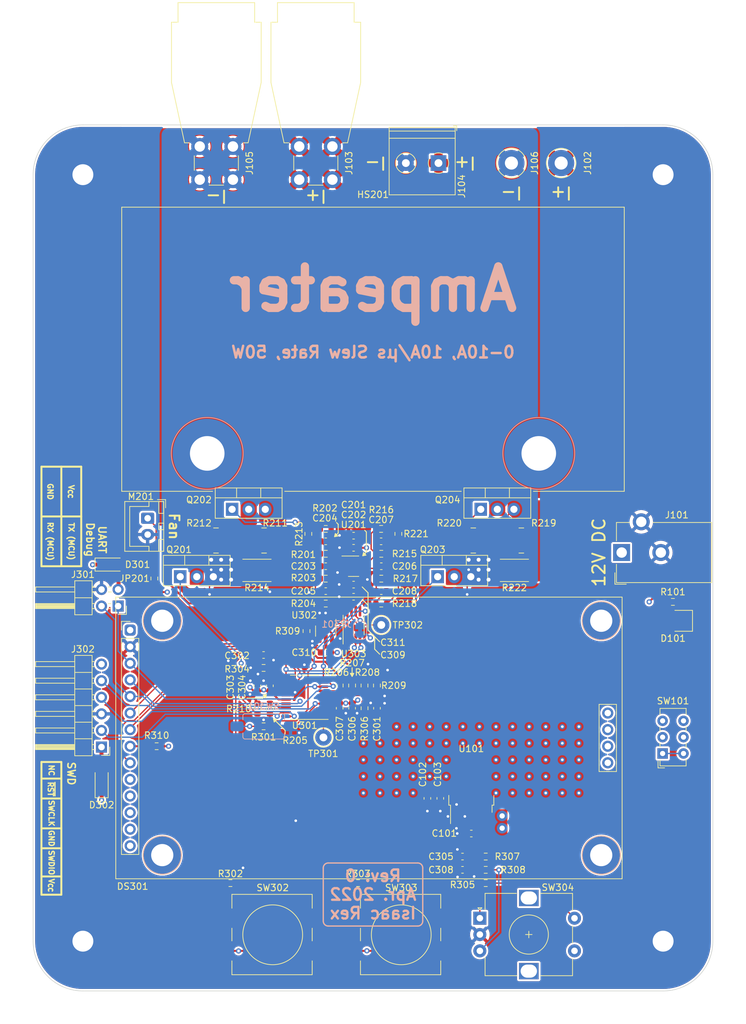
<source format=kicad_pcb>
(kicad_pcb (version 20211014) (generator pcbnew)
  (layers (0 "F.Cu" signal) (1 "In1.Cu" power) (2 "In2.Cu" power) (31 "B.Cu" signal) (34 "B.Paste" user) (35 "F.Paste" user) (36 "B.SilkS" user "B.Silkscreen") (37 "F.SilkS" user "F.Silkscreen") (38 "B.Mask" user) (39 "F.Mask" user) (44 "Edge.Cuts" user))
  (property "Board Rev" "0")
  (net 0 "")
  (net 1 "+12V")
  (net 2 "GND")
  (net 3 "+3V3")
  (net 4 "Net-(C203-Pad1)")
  (net 5 "Net-(C203-Pad2)")
  (net 6 "Net-(C204-Pad2)")
  (net 7 "Net-(C205-Pad2)")
  (net 8 "Net-(C206-Pad1)")
  (net 9 "Net-(C206-Pad2)")
  (net 10 "Net-(C207-Pad2)")
  (net 11 "Net-(C208-Pad2)")
  (net 12 "/MCU & Interface/MCU_NRST")
  (net 13 "/MCU & Interface/Vbtns")
  (net 14 "/MCU & Interface/ENCODER_A")
  (net 15 "/MCU & Interface/ENCODER_B")
  (net 16 "Net-(C309-Pad1)")
  (net 17 "Net-(D101-Pad2)")
  (net 18 "Net-(D301-Pad2)")
  (net 19 "Net-(D302-Pad2)")
  (net 20 "/MCU & Interface/MCU_TX{slash}SPI_CS_LCD")
  (net 21 "/MCU & Interface/SPI_~{RESET}_LCD")
  (net 22 "/MCU & Interface/MCU_RX{slash}SPI_DC_LCD")
  (net 23 "/MCU & Interface/SPI_MOSI")
  (net 24 "/MCU & Interface/SPI_SCK")
  (net 25 "Net-(DS301-Pad8)")
  (net 26 "/MCU & Interface/SPI_MISO")
  (net 36 "/CC_Load_Controller/I_LOAD+")
  (net 37 "Net-(J101-Pad1)")
  (net 38 "/CC_Load_Controller/I_LOAD-")
  (net 39 "/MCU & Interface/MCU_SWDIO")
  (net 40 "/MCU & Interface/MCU_SWCLK")
  (net 42 "Net-(JP201-Pad1)")
  (net 43 "/CC_Load_Controller/RANGE_SW_SHARED")
  (net 44 "/CC_Load_Controller/Vsense_FET_A")
  (net 45 "Net-(Q202-Pad1)")
  (net 46 "/CC_Load_Controller/Vsense_A")
  (net 47 "/CC_Load_Controller/Vsense_FET_B")
  (net 48 "Net-(Q204-Pad1)")
  (net 49 "/CC_Load_Controller/Vsense_B")
  (net 50 "/MCU & Interface/MCU_RANGE_SW")
  (net 51 "/CC_Load_Controller/Vsense_FET")
  (net 52 "/CC_Load_Controller/Vsense_R")
  (net 53 "/CC_Load_Controller/Rsense_HR_SHARED_A")
  (net 54 "/CC_Load_Controller/Rsense_HR_SHARED_B")
  (net 55 "Net-(R301-Pad2)")
  (net 56 "Net-(R302-Pad1)")
  (net 57 "Net-(R303-Pad1)")
  (net 58 "Net-(R305-Pad1)")
  (net 59 "Net-(R306-Pad1)")
  (net 60 "Net-(R307-Pad2)")
  (net 61 "Net-(R308-Pad1)")
  (net 62 "Net-(R309-Pad2)")
  (net 63 "unconnected-(SW101-Pad1)")
  (net 64 "/CC_Load_Controller/Vset")
  (net 65 "/MCU & Interface/SPI_CS_DAC")
  (net 66 "Vref_1.024V")
  (net 67 "/CC_Load_Controller/Vsense_FET_A_NT")
  (net 68 "/CC_Load_Controller/Vsense_FET_B_NT")
  (net 69 "/CC_Load_Controller/Vsense_A_NT")
  (net 70 "/CC_Load_Controller/Vsense_B_NT")
  (footprint "Package_TO_SOT_SMD:TO-252-2" (layer "F.Cu") (at 140.2842 124.0282 90)
    (fp_text reference "U101")
    (fp_text value "AZ1117-3.3")
  )
  (footprint "Capacitor_SMD:C_0603_1608Metric" (layer "F.Cu") (at 122.2502 87.0966 180)
    (fp_text reference "C202")
    (fp_text value "0.1uF")
  )
  (footprint "Capacitor_SMD:C_0603_1608Metric" (layer "F.Cu") (at 122.2502 85.2424 180)
    (fp_text reference "C201")
    (fp_text value "1uF")
  )
  (footprint "irex_Resistor_SMD:Rohm_GMR100_B6.40x3.20mm" (layer "F.Cu") (at 146.1008 85.979)
    (fp_text reference "R219")
    (fp_text value "0.1")
  )
  (footprint "Resistor_SMD:R_0603_1608Metric" (layer "F.Cu") (at 108.458 105.4862 180)
    (fp_text reference "R304")
    (fp_text value "1.5k")
  )
  (footprint "Connector_JST:JST_XH_B2B-XH-A_1x02_P2.50mm_Vertical" (layer "F.Cu") (at 90.695 82.57 -90)
    (fp_text reference "M201")
    (fp_text value "Fan")
  )
  (footprint "irex_NetTie:NetTie-2_SMD_Pad8.0mils" (layer "F.Cu") (at 139.6492 93.0148 90)
    (fp_text reference "NT202" hide)
    (fp_text value "NetTie_GND_I-")
  )
  (footprint "Resistor_SMD:R_0603_1608Metric" (layer "F.Cu") (at 117.983 95.631 180)
    (fp_text reference "R204")
    (fp_text value "100")
  )
  (footprint "Resistor_SMD:R_2512_6332Metric" (layer "F.Cu") (at 146.884 90.551)
    (fp_text reference "R222")
    (fp_text value "2")
  )
  (footprint "Capacitor_SMD:C_0603_1608Metric" (layer "F.Cu") (at 122.2502 94.5896 180)
    (fp_text reference "C309")
    (fp_text value "0.1uF")
  )
  (footprint "Package_SO:MSOP-8_3x3mm_P0.65mm" (layer "F.Cu") (at 122.2502 98.9076 90)
    (fp_text reference "U303")
    (fp_text value "AD5452YRM")
  )
  (footprint "Connector:CalTest_CT3151" (layer "F.Cu") (at 118.999 25.654 -90)
    (fp_text reference "J103")
    (fp_text value "I+_Banana")
  )
  (footprint "Capacitor_SMD:C_0603_1608Metric" (layer "F.Cu") (at 126.492 89.916)
    (fp_text reference "C206")
    (fp_text value "430pF")
  )
  (footprint "Diode_SMD:D_SOD-123F" (layer "F.Cu") (at 83.6422 123.1646 90)
    (fp_text reference "D302")
    (fp_text value "1N4007")
  )
  (footprint "Capacitor_SMD:C_0603_1608Metric" (layer "F.Cu") (at 140.2842 130.8422 180)
    (fp_text reference "C101")
    (fp_text value "10uF")
  )
  (footprint "irex_NetTie:NetTie-2_SMD_Pad12.0mils" (layer "F.Cu") (at 149.3774 90.551)
    (fp_text reference "NT206" hide)
    (fp_text value "NetTie_2")
  )
  (footprint "Capacitor_SMD:C_0603_1608Metric" (layer "F.Cu") (at 120.1166 111.6584 -90)
    (fp_text reference "C307")
    (fp_text value "1uF")
  )
  (footprint "Resistor_SMD:R_2512_6332Metric" (layer "F.Cu") (at 107.442 90.551)
    (fp_text reference "R214")
    (fp_text value "2")
  )
  (footprint "Capacitor_SMD:C_0603_1608Metric" (layer "F.Cu") (at 117.983 103.124 180)
    (fp_text reference "C310")
    (fp_text value "0.1uF")
  )
  (footprint "Resistor_SMD:R_0603_1608Metric" (layer "F.Cu") (at 142.494 134.366)
    (fp_text reference "R307")
    (fp_text value "10k")
  )
  (footprint "Connector:CalTest_CT3151" (layer "F.Cu") (at 103.759 25.654 -90)
    (fp_text reference "J105")
    (fp_text value "I-_Banana")
  )
  (footprint "Resistor_SMD:R_0603_1608Metric" (layer "F.Cu") (at 103.378 138.43)
    (fp_text reference "R302")
    (fp_text value "30k")
  )
  (footprint "Resistor_SMD:R_0603_1608Metric" (layer "F.Cu") (at 123.9189 108.1786 -90)
    (fp_text reference "R208")
    (fp_text value "10k")
  )
  (footprint "Resistor_SMD:R_0603_1608Metric" (layer "F.Cu") (at 126.4666 84.201)
    (fp_text reference "R216")
    (fp_text value "91")
  )
  (footprint "TerminalBlock_Philmore:TerminalBlock_Philmore_TB132_1x02_P5.00mm_Horizontal" (layer "F.Cu") (at 135.255 28.194 180)
    (fp_text reference "J104")
    (fp_text value "I_TerminalBlock")
  )
  (footprint "irex_NetTie:NetTie-2_SMD_Pad12.0mils" (layer "F.Cu") (at 140.1318 84.3026 -90)
    (fp_text reference "NT204" hide)
    (fp_text value "NetTie_2")
  )
  (footprint "Resistor_SMD:R_0603_1608Metric" (layer "F.Cu") (at 142.494 136.398 180)
    (fp_text reference "R308")
    (fp_text value "10k")
  )
  (footprint "Resistor_SMD:R_0603_1608Metric" (layer "F.Cu") (at 123.9266 111.6584 90)
    (fp_text reference "R306")
    (fp_text value "10k")
  )
  (footprint "Capacitor_SMD:C_0603_1608Metric" (layer "F.Cu") (at 138.938 134.366 180)
    (fp_text reference "C305")
    (fp_text value "0.01uF")
  )
  (footprint "Capacitor_SMD:C_0603_1608Metric" (layer "F.Cu") (at 138.938 136.398 180)
    (fp_text reference "C308")
    (fp_text value "0.01uF")
  )
  (footprint "Resistor_SMD:R_0603_1608Metric" (layer "F.Cu") (at 115.0366 99.8474 -90)
    (fp_text reference "R309")
    (fp_text value "10k")
  )
  (footprint "Capacitor_SMD:C_0603_1608Metric" (layer "F.Cu") (at 126.492 93.726)
    (fp_text reference "C208")
    (fp_text value "270pF")
  )
  (footprint "TestPoint:TestPoint_THTPad_D4.0mm_Drill2.0mm" (layer "F.Cu") (at 146.431 28.194 180)
    (fp_text reference "J106")
    (fp_text value "I-_ThroughHole")
  )
  (footprint "Package_TO_SOT_THT:TO-220-3_Vertical" (layer "F.Cu") (at 95.6818 91.521407)
    (fp_text reference "Q201")
    (fp_text value "IRF3205")
  )
  (footprint "irex_Button_Switch_SMD:SW_PUSH-12mm_Wuerth-430476085716_HandSolder" (layer "F.Cu") (at 102.488 143.804)
    (fp_text reference "SW302")
    (fp_text value "On/Off")
  )
  (footprint "MountingHole:MountingHole_3.2mm_M3_Pad" (layer "F.Cu") (at 169.672 29.972)
    (fp_text reference "H104" hide)
    (fp_text value "M3")
  )
  (footprint "irex_Resistor_SMD:Rohm_GMR100_B6.40x3.20mm" (layer "F.Cu") (at 138.739 85.979)
    (fp_text reference "R220")
    (fp_text value "0.1")
  )
  (footprint "irex_LED_SMD:LED_Kingbright_AA3528V_3.5x2.8mm_handsolder" (layer "F.Cu") (at 172.974 98.2726 180)
    (fp_text reference "D101")
    (fp_text value "Pink")
  )
  (footprint "Resistor_SMD:R_0603_1608Metric" (layer "F.Cu") (at 120.1166 108.1786 -90)
    (fp_text reference "R206")
    (fp_text value "10k")
  )
  (footprint "irex_Heatsink:Heatsink_HeatsinkUSA_3.00x1.65in_2xDrill5.25mm_TO-220-Mount" (layer "F.Cu") (at 125.222 72.644)
    (fp_text reference "HS201")
    (fp_text value "1.3 C°/W")
  )
  (footprint "Resistor_SMD:R_0603_1608Metric" (layer "F.Cu") (at 142.494 138.43 180)
    (fp_text reference "R305")
    (fp_text value "6.2k")
  )
  (footprint "Package_TO_SOT_THT:TO-220-3_Vertical" (layer "F.Cu") (at 141.732 81.2038)
    (fp_text reference "Q204")
    (fp_text value "IRF3205")
  )
  (footprint "Capacitor_SMD:C_0603_1608Metric" (layer "F.Cu") (at 125.8316 111.6584 90)
    (fp_text reference "C301")
    (fp_text value "0.1uF")
  )
  (footprint "irex_Button_Switch_SMD:SW_PUSH-12mm_Wuerth-430476085716_HandSolder" (layer "F.Cu") (at 122.186 143.804)
    (fp_text reference "SW303")
    (fp_text value "Slew Rate")
  )
  (footprint "Connector_BarrelJack:BarrelJack_CUI_PJ-102AH_Horizontal" (layer "F.Cu") (at 163.322 87.821211 90)
    (fp_text reference "J101")
    (fp_text value "12V Input")
  )
  (footprint "Resistor_SMD:R_0603_1608Metric" (layer "F.Cu") (at 92.075 117.475)
    (fp_text reference "R310")
    (fp_text value "100")
  )
  (footprint "Package_TO_SOT_THT:TO-220-3_Vertical" (layer "F.Cu") (at 135.128 91.521407)
    (fp_text reference "Q203")
    (fp_text value "IRF3205")
  )
  (footprint "Resistor_SMD:R_0603_1608Metric" (layer "F.Cu") (at 122.936 138.43)
    (fp_text reference "R303")
    (fp_text value "13k")
  )
  (footprint "TestPoint:TestPoint_THTPad_D4.0mm_Drill2.0mm" (layer "F.Cu") (at 154.051 28.194 180)
    (fp_text reference "J102")
    (fp_text value "I+_ThroughHole")
  )
  (footprint "Capacitor_SMD:C_0603_1608Metric" (layer "F.Cu") (at 109.4232 108.2294 90)
    (fp_text reference "C304")
    (fp_text value "0.1uF")
  )
  (footprint "irex_Button_Switch_THT:SW_E-Switch_EG1271_SPDT" (layer "F.Cu") (at 169.596 118.5875 90)
    (fp_text reference "SW101")
    (fp_text value "Power Switch")
  )
  (footprint "irex_Resistor_SMD:Rohm_GMR100_B6.40x3.20mm" (layer "F.Cu") (at 106.6842 85.979)
    (fp_text reference "R211")
    (fp_text value "0.1")
  )
  (footprint "irex_Resistor_SMD:Rohm_GMR100_B6.40x3.20mm" (layer "F.Cu") (at 99.3182 85.979)
    (fp_text reference "R212")
    (fp_text value "0.1")
  )
  (footprint "Resistor_SMD:R_0603_1608Metric" (layer "F.Cu") (at 126.492 91.821)
    (fp_text reference "R217")
    (fp_text value "5.1k")
  )
  (footprint "Package_TO_SOT_SMD:SOT-23-6" (layer "F.Cu") (at 117.983 99.8474 -90)
    (fp_text reference "U302")
    (fp_text value "MCP1501")
  )
  (footprint "Resistor_SMD:R_0603_1608Metric" (layer "F.Cu") (at 125.8239 108.1786 -90)
    (fp_text reference "R209")
    (fp_text value "10k")
  )
  (footprint "Resistor_SMD:R_0603_1608Metric" (layer "F.Cu") (at 109.4232 111.7092 -90)
    (fp_text reference "R205")
    (fp_text value "100")
  )
  (footprint "Connector_PinHeader_2.54mm:PinHeader_1x06_P2.54mm_Horizontal" (layer "F.Cu") (at 83.623 117.602 180)
    (fp_text reference "J302")
    (fp_text value "SWD_Header")
  )
  (footprint "irex_NetTie:NetTie-2_SMD_Pad8.0mils" (layer "F.Cu") (at 100.1776 92.964 90)
    (fp_text reference "NT201" hide)
    (fp_text value "NetTie_GND_I-")
  )
  (footprint "irex_Display:LCD-Generic-2.4in_77.18x42.72mm_ReducedCourtyard" (layer "F.Cu") (at 88.011991 99.695 90)
    (fp_text reference "DS301")
    (fp_text value "2.4\" Color LCD")
  )
  (footprint "Capacitor_SMD:C_0603_1608Metric" (layer "F.Cu") (at 122.2502 92.7354 180)
    (fp_text reference "C311")
    (fp_text value "1uF")
  )
  (footprint "Capacitor_SMD:C_0603_1608Metric" (layer "F.Cu") (at 108.458 103.505)
    (fp_text reference "C302")
    (fp_text value "0.01uF")
  )
  (footprint "Resistor_SMD:R_0603_1608Metric" (layer "F.Cu") (at 129.1082 84.963 90)
    (fp_text reference "R221")
    (fp_text value "10k")
  )
  (footprint "Resistor_SMD:R_0603_1608Metric" (layer "F.Cu") (at 117.983 91.821 180)
    (fp_text reference "R203")
    (fp_text value "5.1k")
  )
  (footprint "Capacitor_SMD:C_0603_1608Metric" (layer "F.Cu") (at 122.0216 111.6584 -90)
    (fp_text reference "C306")
    (fp_text value "0.1uF")
  )
  (footprint "Capacitor_SMD:C_0603_1608Metric" (layer "F.Cu") (at 117.983 86.106)
    (fp_text reference "C204")
    (fp_text value "82pF")
  )
  (footprint "irex_Jumper:Jumper-2_0603_1608Metric_Trace12mil" (layer "F.Cu") (at 91.7194 91.7956 -90)
    (fp_text reference "JP201")
    (fp_text value "0603_Jumper")
  )
  (footprint "Resistor_SMD:R_0603_1608Metric" (layer "F.Cu") (at 171.174 95.377 180)
    (fp_text reference "R101")
    (fp_text value "1.5k")
  )
  (footprint "Resistor_SMD:R_0603_1608Metric" (layer "F.Cu") (at 117.983 88.011)
    (fp_text reference "R201")
    (fp_text value "1.5k")
  )
  (footprint "irex_NetTie:NetTie-2_SMD_Pad12.0mils" (layer "F.Cu") (at 100.711 84.3026 -90)
    (fp_text reference "NT203" hide)
    (fp_text value "NetTie_2")
  )
  (footprint "Capacitor_SMD:C_0603_1608Metric" (layer "F.Cu") (at 135.5354 125.4574 -90)
    (fp_text reference "C103")
    (fp_text value "10uF")
  )
  (footprint "Resistor_SMD:R_0603_1608Metric" (layer "F.Cu") (at 126.492 88.011 180)
    (fp_text reference "R215")
    (fp_text value "1.5k")
  )
  (footprint "irex_NetTie:NetTie-2_SMD_Pad12.0mils" (layer "F.Cu") (at 109.9312 90.551)
    (fp_text reference "NT205" hide)
    (fp_text value "NetTie_2")
  )
  (footprint "Capacitor_SMD:C_0603_1608Metric" (layer "F.Cu") (at 117.983 93.726)
    (fp_text reference "C205")
    (fp_text value "270pF")
  )
  (footprint "Capacitor_SMD:C_0603_1608Metric" (layer "F.Cu") (at 107.5182 108.2294 90)
    (fp_text reference "C303")
    (fp_text value "10uF")
  )
  (footprint "TestPoint:TestPoint_THTPad_D2.5mm_Drill1.2mm" (layer "F.Cu") (at 117.6274 116.1288 180)
    (fp_text reference "TP301")
    (fp_text value "BOOT0")
  )
  (footprint "MountingHole:MountingHole_3.2mm_M3_Pad" (layer "F.Cu") (at 169.672 147.32)
    (fp_text reference "H103" hide)
    (fp_text value "M3")
  )
  (footprint "Resistor_SMD:R_0603_1608Metric" (layer "F.Cu") (at 122.0216 108.1786 -90)
    (fp_text reference "R207")
    (fp_text value "10k")
  )
  (footprint "Resistor_SMD:R_0603_1608Metric" (layer "F.Cu") (at 115.316 84.963 90)
    (fp_text reference "R213")
    (fp_text value "10k")
  )
  (footprint "TestPoint:TestPoint_THTPad_D2.5mm_Drill1.2mm" (layer "F.Cu") (at 126.492 98.9076)
    (fp_text reference "TP302")
    (fp_text value "TestPoint")
  )
  (footprint "Rotary_Encoder:RotaryEncoder_Alps_EC12E-Switch_Vertical_H20mm" (layer "F.Cu") (at 141.594 143.804)
    (fp_text reference "SW304")
    (fp_text value "Encoder/Range Select")
  )
  (footprint "Resistor_SMD:R_0603_1608Metric" (layer "F.Cu") (at 108.458 114.427 180)
    (fp_text reference "R301")
    (fp_text value "1.5k")
  )
  (footprint "Capacitor_SMD:C_0603_1608Metric" (layer "F.Cu") (at 126.4666 86.106)
    (fp_text reference "C207")
    (fp_text value "82pF")
  )
  (footprint "Package_TO_SOT_SMD:SOT-23-8" (layer "F.Cu") (at 122.2502 89.916)
    (fp_text reference "U201")
    (fp_text value "TLV9162")
  )
  (footprint "Package_TO_SOT_THT:TO-220-3_Vertical" (layer "F.Cu") (at 103.632 81.2038)
    (fp_text reference "Q202")
    (fp_text value "IRF3205")
  )
  (footprint "Diode_SMD:D_SOD-123F" (layer "F.Cu") (at 84.836 89.662)
    (fp_text reference "D301")
    (fp_text value "1N4007")
  )
  (footprint "Resistor_SMD:R_0603_1608Metric" (layer "F.Cu") (at 107.5182 111.7092 -90)
    (fp_text reference "R210")
    (fp_text value "1.5k")
  )
  (footprint "Capacitor_SMD:C_0603_1608Metric" (layer "F.Cu") (at 117.983 89.916 180)
    (fp_text reference "C203")
    (fp_text value "430pF")
  )
  (footprint "Resistor_SMD:R_0603_1608Metric" (layer "F.Cu") (at 126.492 95.631)
    (fp_text reference "R218")
    (fp_text value "100")
  )
  (footprint "MountingHole:MountingHole_3.2mm_M3_Pad" (layer "F.Cu") (at 80.772 147.32)
    (fp_text reference "H102" hide)
    (fp_text value "M3")
  )
  (footprint "MountingHole:MountingHole_3.2mm_M3_Pad" (layer "F.Cu") (at 80.772 29.972)
    (fp_text reference "H101" hide)
    (fp_text value "M3")
  )
  (footprint "Package_SO:TSSOP-20_4.4x6.5mm_P0.65mm" (layer "F.Cu") (at 114.7572 109.982 180)
    (fp_text reference "U301")
    (fp_text value "STM32L041F6Px")
  )
  (footprint "Capacitor_SMD:C_0603_1608Metric" (layer "F.Cu") (at 133.5542 125.4574 -90)
    (fp_text reference "C102")
    (fp_text value "10uF")
  )
  (footprint "Resistor_SMD:R_0603_1608Metric" (layer "F.Cu") (at 117.983 84.201 180)
    (fp_text reference "R202")
    (fp_text value "91")
  )
  (footprint "Connector_PinHeader_2.54mm:PinHeader_2x02_P2.54mm_Horizontal" (layer "F.Cu") (at 86.168 96.017 180)
    (fp_text reference "J301")
    (fp_text value "UART_Header")
  )
  (footprint "irex_Button_Switch_SMD:SW-PUSH-6x3.5mm_CK-PTS636SL43x_HandSolder" (layer "B.Cu") (at 112.5834 114.4271 180)
    (fp_text reference "SW301")
    (fp_text value "RST")
  )
  (footprint "Jumper:SolderJumper-2_P1.3mm_Bridged_RoundedPad1.0x1.5mm" (layer "B.Cu") (at 123.2408 99.7204 90)
    (fp_text reference "JP301")
    (fp_text value "DAC_Jumper")
  )
  (gr_line (start 132.842 144.241185) (end 132.842 136.113185) (layer "B.SilkS") (width 0.2032))
  (gr_line (start 118.364 145.003185) (end 132.08 145.003185) (layer "B.SilkS") (width 0.2032))
  (gr_line (start 132.08 135.351185) (end 118.364 135.351185) (layer "B.SilkS") (width 0.2032))
  (gr_line (start 117.602 136.113185) (end 117.602 144.241185) (layer "B.SilkS") (width 0.2032))
  (gr_arc (start 132.842 144.241185) (mid 132.618815 144.78) (end 132.08 145.003185) (layer "B.SilkS") (width 0.2032))
  (gr_arc (start 132.08 135.351185) (mid 132.618815 135.57437) (end 132.842 136.113185) (layer "B.SilkS") (width 0.2032))
  (gr_arc (start 117.602 136.113185) (mid 117.825185 135.57437) (end 118.364 135.351185) (layer "B.SilkS") (width 0.2032))
  (gr_arc (start 118.364 145.003185) (mid 117.825185 144.78) (end 117.602 144.241185) (layer "B.SilkS") (width 0.2032))
  (gr_poly (pts (xy 122.2756 106.3244) (xy 121.754745 106.3244) (xy 122.024153 106.791373)) (layer "F.SilkS") (width 0.15) (fill solid))
  (gr_line (start 74.422 74.676) (end 74.422 89.916) (layer "F.SilkS") (width 0.3048))
  (gr_line (start 74.422 137.414) (end 77.47 137.414) (layer "F.SilkS") (width 0.3048))
  (gr_line (start 125.476 102.616) (end 125.476 100.711) (layer "F.SilkS") (width 0.15))
  (gr_line (start 108.331 110.109) (end 105.918 110.109) (layer "F.SilkS") (width 0.15))
  (gr_line (start 108.585 109.855) (end 108.331 110.109) (layer "F.SilkS") (width 0.15))
  (gr_line (start 74.422 74.676) (end 80.518 74.676) (layer "F.SilkS") (width 0.3048))
  (gr_line (start 124.206 87.757) (end 123.952 88.011) (layer "F.SilkS") (width 0.15))
  (gr_poly (pts (xy 124.1298 88.2142) (xy 123.7742 87.8332) (xy 123.6472 88.3158)) (layer "F.SilkS") (width 0.15) (fill solid))
  (gr_line (start 77.47 119.888) (end 77.47 140.208) (layer "F.SilkS") (width 0.3048))
  (gr_line (start 74.422 119.888) (end 77.47 119.888) (layer "F.SilkS") (width 0.3048))
  (gr_line (start 126.238 103.378) (end 125.476 102.616) (layer "F.SilkS") (width 0.15))
  (gr_line (start 122.0216 106.3244) (end 122.0216 105.4608) (layer "F.SilkS") (width 0.15))
  (gr_poly (pts (xy 110.0836 113.7666) (xy 110.4646 113.411) (xy 109.982 113.284)) (layer "F.SilkS") (width 0.15) (fill solid))
  (gr_poly (pts (xy 119.8118 85.2932) (xy 119.4562 84.9122) (xy 119.3292 85.3948)) (layer "F.SilkS") (width 0.15) (fill solid))
  (gr_line (start 119.888 83.4898) (end 119.634 83.2358) (layer "F.SilkS") (width 0.15))
  (gr_line (start 111.76 115.062) (end 110.2868 113.5888) (layer "F.SilkS") (width 0.15))
  (gr_line (start 74.422 82.296) (end 80.518 82.296) (layer "F.SilkS") (width 0.3048))
  (gr_line (start 119.888 83.4898) (end 119.888 84.836) (layer "F.SilkS") (width 0.15))
  (gr_line (start 126.238 101.473) (end 125.476 100.711) (layer "F.SilkS") (width 0.15))
  (gr_line (start 124.46 93.98) (end 124.46 99.695) (layer "F.SilkS") (width 0.15))
  (gr_line (start 119.888 84.836) (end 119.634 85.09) (layer "F.SilkS") (width 0.15))
  (gr_line (start 124.206 84.6709) (end 123.952 84.4169) (layer "F.SilkS") (width 0.15))
  (gr_line (start 74.422 89.916) (end 80.518 89.916) (layer "F.SilkS") (width 0.3048))
  (gr_line (start 74.422 140.208) (end 77.47 140.208) (layer "F.SilkS") (width 0.3048))
  (gr_line (start 124.206 84.6709) (end 124.206 87.757) (layer "F.SilkS") (width 0.15))
  (gr_line (start 74.422 133.096) (end 77.47 133.096) (layer "F.SilkS") (width 0.3048))
  (gr_line (start 74.422 122.428) (end 77.47 122.428) (layer "F.SilkS") (width 0.3048))
  (gr_line (start 111.76 115.062) (end 111.76 115.57) (layer "F.SilkS") (width 0.15))
  (gr_line (start 124.46 95.885) (end 123.571 94.996) (layer "F.SilkS") (width 0.15))
  (gr_line (start 74.422 130.048) (end 77.47 130.048) (layer "F.SilkS") (width 0.3048))
  (gr_line (start 125.476 100.711) (end 124.46 99.695) (layer "F.SilkS") (width 0.15))
  (gr_line (start 123.571 93.091) (end 124.46 93.98) (layer "F.SilkS") (width 0.15))
  (gr_line (start 80.518 74.676) (end 80.518 89.916) (layer "F.SilkS") (width 0.3048))
  (gr_line (start 77.47 74.676) (end 77.47 89.916) (layer "F.SilkS") (width 0.3048))
  (gr_line (start 74.422 125.476) (end 77.47 125.476) (layer "F.SilkS") (width 0.3048))
  (gr_line (start 74.422 119.888) (end 74.422 140.208) (layer "F.SilkS") (width 0.3048))
  (gr_poly (pts (xy 108.7882 110.0328) (xy 108.4072 109.6772) (xy 108.8898 109.5502)) (layer "F.SilkS") (width 0.15) (fill solid))
  (gr_line (start 73.152 29.972) (end 73.152 147.32) (layer "Edge.Cuts") (width 0.1))
  (gr_line (start 177.292 147.32) (end 177.292 29.972) (layer "Edge.Cuts") (width 0.1))
  (gr_arc (start 169.672 22.352) (mid 175.060154 24.583846) (end 177.292 29.972) (layer "Edge.Cuts") (width 0.1))
  (gr_line (start 80.772 154.94) (end 169.672 154.94) (layer "Edge.Cuts") (width 0.1))
  (gr_line (start 169.672 22.352) (end 80.772 22.352) (layer "Edge.Cuts") (width 0.1))
  (gr_arc (start 80.772 154.94) (mid 75.383846 152.708154) (end 73.152 147.32) (layer "Edge.Cuts") (width 0.1))
  (gr_arc (start 73.152 29.972) (mid 75.383846 24.583846) (end 80.772 22.352) (layer "Edge.Cuts") (width 0.1))
  (gr_arc (start 177.292 147.32) (mid 175.060154 152.708154) (end 169.672 154.94) (layer "Edge.Cuts") (width 0.1))
  (gr_text "Rev: ${Board Rev}\nApr. 2022\nIsaac Rex\n" (at 125.222 140.177185) (layer "B.SilkS") (effects (font (size 1.778 1.778) (thickness 0.3556)) (justify mirror)))
  (gr_text "Ampeater" (at 125.222 47.498) (layer "B.SilkS") (effects (font (size 6.35 6.35) (thickness 1.27)) (justify mirror)))
  (gr_text "0-10A, 10A/µs Slew Rate, 50W" (at 125.222 57.15) (layer "B.SilkS") (effects (font (size 1.778 1.778) (thickness 0.381)) (justify mirror)))
  (gr_text "V_{CC}" (at 75.946 138.769636 270) (layer "F.SilkS") (effects (font (size 0.8128 0.8128) (thickness 0.2032))))
  (gr_text "UART\nDebug" (at 82.804 85.852 270) (layer "F.SilkS") (effects (font (size 1.143 1.143) (thickness 0.2286))))
  (gr_text "I-" (at 125.603 28.194 180) (layer "F.SilkS") (effects (font (size 1.905 1.905) (thickness 0.28575))))
  (gr_text "SWCLK" (at 75.946 127.737085 270) (layer "F.SilkS") (effects (font (size 0.8128 0.8128) (thickness 0.2032))))
  (gr_text "I+" (at 116.459 33.274 180) (layer "F.SilkS") (effects (font (size 1.905 1.905) (thickness 0.28575))))
  (gr_text "I-" (at 101.219 33.274 180) (layer "F.SilkS") (effects (font (size 1.905 1.905) (thickness 0.28575))))
  (gr_text "I+" (at 139.319 28.194 180) (layer "F.SilkS") (effects (font (size 1.905 1.905) (thickness 0.28575))))
  (gr_text "I+" (at 154.051 32.766 180) (layer "F.SilkS") (effects (font (size 1.905 1.905) (thickness 0.28575))))
  (gr_text "RX (MCU)" (at 75.7682 86.106 270) (layer "F.SilkS") (effects (font (size 0.8128 0.8128) (thickness 0.2032))))
  (gr_text "Fan" (at 94.742 83.82 270) (layer "F.SilkS") (effects (font (size 1.5 1.5) (thickness 0.3))))
  (gr_text "GND" (at 75.946 131.572 270) (layer "F.SilkS") (effects (font (size 0.8128 0.8128) (thickness 0.2032))))
  (gr_text "TX (MCU)" (at 78.994 86.106 270) (layer "F.SilkS") (effects (font (size 0.8128 0.8128) (thickness 0.2032))))
  (gr_text "GND" (at 75.7682 78.486 270) (layer "F.SilkS") (effects (font (size 0.8128 0.8128) (thickness 0.2032))))
  (gr_text "NC" (at 75.946 121.158 270) (layer "F.SilkS") (effects (font (size 0.8128 0.8128) (thickness 0.2032))))
  (gr_text "SWD" (at 78.994 121.666 270) (layer "F.SilkS") (effects (font (size 1.143 1.143) (thickness 0.2286))))
  (gr_text "V_{CC}" (at 78.994 78.486 270) (layer "F.SilkS") (effects (font (size 0.8128 0.8128) (thickness 0.2032))))
  (gr_text "I-" (at 146.431 32.766 180) (layer "F.SilkS") (effects (font (size 1.905 1.905) (thickness 0.28575))))
  (gr_text "~{RST}" (at 75.822048 124.037636 270) (layer "F.SilkS") (effects (font (size 0.8128 0.8128) (thickness 0.2032))))
  (gr_text "SWDIO" (at 75.946 135.290802 270) (layer "F.SilkS") (effects (font (size 0.8128 0.8128) (thickness 0.2032))))
  (gr_text "12V DC" (at 159.8422 87.8078 90) (layer "F.SilkS") (effects (font (size 1.905 1.905) (thickness 0.28575))))
  (segment (start 123.3877 88.941) (end 123.317 88.8703) (width 0.3048) (layer "F.Cu") (net 1))
  (segment (start 171.16888 94.54688) (end 171.999 95.377) (width 0.3048) (layer "F.Cu") (net 1))
  (segment (start 124.23298 87.0966) (end 123.0252 87.0966) (width 0.3048) (layer "F.Cu") (net 1))
  (segment (start 168.36852 94.54688) (end 171.16888 94.54688) (width 0.3048) (layer "F.Cu") (net 1))
  (segment (start 93.7006 93.8784) (end 92.9772 93.8784) (width 0.3048) (layer "F.Cu") (net 1))
  (segment (start 167.5384 95.377) (end 168.36852 94.54688) (width 0.3048) (layer "F.Cu") (net 1))
  (segment (start 123.0252 85.2424) (end 123.0252 87.0966) (width 0.3048) (layer "F.Cu") (net 1))
  (segment (start 123.317 87.3884) (end 123.0252 87.0966) (width 0.3048) (layer "F.Cu") (net 1))
  (segment (start 123.317 88.8703) (end 123.317 87.3884) (width 0.3048) (layer "F.Cu") (net 1))
  (segment (start 92.9772 93.8784) (end 91.7194 92.6206) (width 0.3048) (layer "F.Cu") (net 1))
  (via (at 145.0086 128.143) (size 1.6256) (drill 0.8128) (layers "F.Cu" "B.Cu") (net 1))
  (via (at 124.23298 87.0966) (size 0.8) (drill 0.4) (layers "F.Cu" "B.Cu") (net 1))
  (via (at 145.0086 130.0226) (size 1.6256) (drill 0.8128) (layers "F.Cu" "B.Cu") (net 1))
  (via (at 167.5384 95.377) (size 0.8) (drill 0.4) (layers "F.Cu" "B.Cu") (net 1))
  (via (at 93.7006 93.8784) (size 0.8) (drill 0.4) (layers "F.Cu" "B.Cu") (net 1))
  (segment (start 138.163 133.2862) (end 138.1506 133.2738) (width 0.3048) (layer "F.Cu") (net 2))
  (segment (start 109.233 103.5434) (end 109.982 104.2924) (width 0.3048) (layer "F.Cu") (net 2))
  (segment (start 138.163 137.4772) (end 138.176 137.4902) (width 0.3048) (layer "F.Cu") (net 2))
  (segment (start 138.0042 130.7144) (end 138.1252 130.8354) (width 0.3048) (layer "F.Cu") (net 2))
  (segment (start 138.1252 130.8354) (end 139.5024 130.8354) (width 0.3048) (layer "F.Cu") (net 2))
  (segment (start 110.25332 108.93252) (end 110.25332 108.28452) (width 0.3048) (layer "F.Cu") (net 2))
  (segment (start 110.9778 109.657) (end 110.25332 108.93252) (width 0.3048) (layer "F.Cu") (net 2))
  (segment (start 111.8947 109.657) (end 110.9778 109.657) (width 0.3048) (layer "F.Cu") (net 2))
  (segment (start 135.5344 126.2334) (end 135.5354 126.2324) (width 0.3048) (layer "F.Cu") (net 2))
  (segment (start 133.5542 127.4054) (end 133.5532 127.4064) (width 0.3048) (layer "F.Cu") (net 2))
  (segment (start 138.0132 128.2192) (end 138.0042 128.2282) (width 0.3048) (layer "F.Cu") (net 2))
  (segment (start 138.163 134.366) (end 138.163 133.2862) (width 0.3048) (layer "F.Cu") (net 2))
  (segment (start 133.5542 126.2324) (end 133.5542 127.4054) (width 0.3048) (layer "F.Cu") (net 2))
  (segment (start 138.0042 130.042) (end 138.0042 130.7144) (width 0.3048) (layer "F.Cu") (net 2))
  (segment (start 136.7028 128.2192) (end 137.9952 128.2192) (width 0.3048) (layer "F.Cu") (net 2))
  (segment (start 113.284 109.22) (end 112.847 109.657) (width 0.3048) (layer "F.Cu") (net 2))
  (segment (start 117.983 102.349) (end 117.983 100.9849) (width 0.3048) (layer "F.Cu") (net 2))
  (segment (start 137.9952 128.2192) (end 138.0042 128.2282) (width 0.3048) (layer "F.Cu") (net 2))
  (segment (start 138.0236 128.2088) (end 138.0042 128.2282) (width 0.3048) (layer "F.Cu") (net 2))
  (segment (start 100.1776 93.218) (end 100.1776 94.234) (width 0.2032) (layer "F.Cu") (net 2))
  (segment (start 115.9256 102.0572) (end 116.1412 102.0572) (width 0.3048) (layer "F.Cu") (net 2))
  (segment (start 117.208 103.124) (end 117.983 102.349) (width 0.3048) (layer "F.Cu") (net 2))
  (segment (start 138.0042 128.2282) (end 138.0042 130.042) (width 0.3048) (layer "F.Cu") (net 2))
  (segment (start 107.5182 110.6747) (end 106.3752 109.5317) (width 0.3048) (layer "F.Cu") (net 2))
  (segment (start 112.847 109.657) (end 111.8947 109.657) (width 0.3048) (layer "F.Cu") (net 2))
  (segment (start 139.6492 93.2688) (end 139.6492 94.234) (width 0.2032) (layer "F.Cu") (net 2))
  (segment (start 138.0236 126.3904) (end 138.0236 128.2088) (width 0.3048) (layer "F.Cu") (net 2))
  (segment (start 135.5344 127.4064) (end 135.5344 126.2334) (width 0.3048) (layer "F.Cu") (net 2))
  (segment (start 107.5182 110.8842) (end 107.5182 110.6747) (width 0.3048) (layer "F.Cu") (net 2))
  (segment (start 116.1412 102.0572) (end 117.208 103.124) (width 0.3048) (layer "F.Cu") (net 2))
  (segment (start 139.5024 130.8354) (end 139.5092 130.8422) (width 0.3048) (layer "F.Cu") (net 2))
  (segment (start 109.233 103.505) (end 109.233 103.5434) (width 0.3048) (layer "F.Cu") (net 2))
  (segment (start 110.25332 108.28452) (end 109.4232 107.4544) (width 0.3048) (layer "F.Cu") (net 2))
  (segment (start 139.2936 128.2192) (end 138.0132 128.2192) (width 0.3048) (layer "F.Cu") (net 2))
  (segment (start 138.163 136.398) (end 138.163 137.4772) (width 0.3048) (layer "F.Cu") (net 2))
  (via (at 117.9576 97.0788) (size 0.8) (drill 0.4) (layers "F.Cu" "B.Cu") (net 2))
  (via (at 113.284 109.22) (size 0.8) (drill 0.4) (layers "F.Cu" "B.Cu") (net 2))
  (via (at 100.1776 94.234) (size 0.8) (drill 0.4) (layers "F.Cu" "B.Cu") (net 2))
  (via (at 122.7836 112.4204) (size 0.8) (drill 0.4) (layers "F.Cu" "B.Cu") (net 2))
  (via (at 138.0236 126.3904) (size 0.8) (drill 0.4) (layers "F.Cu" "B.Cu") (net 2))
  (via (at 124.3584 91.948) (size 0.8) (drill 0.4) (layers "F.Cu" "B.Cu") (net 2))
  (via (at 113.919 115.4176) (size 0.8) (drill 0.4) (layers "F.Cu" "B.Cu") (net 2))
  (via (at 124.8664 110.8456) (size 0.8) (drill 0.4) (layers "F.Cu" "B.Cu") (net 2))
  (via (at 127 110.8964) (size 0.8) (drill 0.4) (layers "F.Cu" "B.Cu") (net 2))
  (via (at 109.982 104.2924) (size 0.8) (drill 0.4) (layers "F.Cu" "B.Cu") (net 2))
  (via (at 140.716 137.414) (size 0.8) (drill 0.4) (layers "F.Cu" "B.Cu") (net 2))
  (via (at 103.0478 104.394) (size 0.8) (drill 0.4) (layers "F.Cu" "B.Cu") (net 2))
  (via (at 135.5344 127.4064) (size 0.8) (drill 0.4) (layers "F.Cu" "B.Cu") (net 2))
  (via (at 108.458 107.442) (size 0.8) (drill 0.4) (layers "F.Cu" "B.Cu") (net 2))
  (via (at 120.0912 87.0712) (size 0.8) (drill 0.4) (layers "F.Cu" "B.Cu") (net 2))
  (via (at 107.5944 106.426) (size 0.8) (drill 0.4) (layers "F.Cu" "B.Cu") (net 2))
  (via (at 120.0912 85.1916) (size 0.8) (drill 0.4) (layers "F.Cu" "B.Cu") (net 2))
  (via (at 113.3856 128.8796) (size 0.8) (drill 0.4) (layers "F.Cu" "B.Cu") (net 2))
  (via (at 119.7864 90.8812) (size 0.8) (drill 0.4) (layers "F.Cu" "B.Cu") (net 2))
  (via (at 105.3084 136.0932) (size 0.8) (drill 0.4) (layers "F.Cu" "B.Cu") (net 2))
  (via (at 106.4768 105.4608) (size 0.8) (drill 0.4) (layers "F.Cu" "B.Cu") (net 2))
  (via (at 139.6492 94.234) (size 0.8) (drill 0.4) (layers "F.Cu" "B.Cu") (net 2))
  (via (at 127.4572 105.8164) (size 0.8) (drill 0.4) (layers "F.Cu" "B.Cu") (net 2))
  (via (at 127 109.7788) (size 0.8) (drill 0.4) (layers "F.Cu" "B.Cu") (net 2))
  (via (at 115.4176 93.9292) (size 0.8) (drill 0.4) (layers "F.Cu" "B.Cu") (net 2))
  (via (at 139.2936 128.2192) (size 0.8) (drill 0.4) (layers "F.Cu" "B.Cu") (net 2))
  (via (at 138.1506 133.2738) (size 0.8) (drill 0.4) (layers "F.Cu" "B.Cu") (net 2))
  (via (at 106.3752 109.5317) (size 0.8) (drill 0.4) (layers "F.Cu" "B.Cu") (net 2))
  (via (at 120.1928 100.9904) (size 0.8) (drill 0.4) (layers "F.Cu" "B.Cu") (net 2))
  (via (at 138.176 137.4902) (size 0.8) (drill 0.4) (layers "F.Cu" "B.Cu") (net 2))
  (via (at 108.458 113.4364) (size 0.8) (drill 0.4) (layers "F.Cu" "B.Cu") (net 2))
  (via (at 124.46 104.902) (size 0.8) (drill 0.4) (layers "F.Cu" "B.Cu") (net 2))
  (via (at 133.5532 127.4064) (size 0.8) (drill 0.4) (layers "F.Cu" "B.Cu") (net 2))
  (via (at 117.0432 97.0788) (size 0.8) (drill 0.4) (layers "F.Cu" "B.Cu") (net 2))
  (via (at 114.7064 105.0036) (size 0.8) (drill 0.4) (layers "F.Cu" "B.Cu") (net 2))
  (via (at 120.0404 94.5896) (size 0.8) (drill 0.4) (layers "F.Cu" "B.Cu") (net 2))
  (via (at 138.1252 130.8354) (size 0.8) (drill 0.4) (layers "F.Cu" "B.Cu") (net 2))
  (via (at 115.9256 102.0572) (size 0.8) (drill 0.4) (layers "F.Cu" "B.Cu") (net 2))
  (via (at 136.7028 128.2192) (size 0.8) (drill 0.4) (layers "F.Cu" "B.Cu") (net 2))
  (via (at 109.4232 93.8276) (size 0.8) (drill 0.4) (layers "F.Cu" "B.Cu") (net 2))
  (via (at 121.0564 112.4204) (size 0.8) (drill 0.4) (layers "F.Cu" "B.Cu") (net 2))
  (via (at 138.0042 130.042) (size 0.8) (drill 0.4) (layers "F.Cu" "B.Cu") (net 2))
  (via (at 106.426 107.442) (size 0.8) (drill 0.4) (layers "F.Cu" "B.Cu") (net 2))
  (via (at 115.9256 101.3968) (size 0.8) (drill 0.4) (layers "F.Cu" "B.Cu") (net 2))
  (via (at 120.0404 92.71) (size 0.8) (drill 0.4) (layers "F.Cu" "B.Cu") (net 2))
  (segment (start 112.9285 114.4271) (end 112.5834 114.4271) (width 0.3048) (layer "B.Cu") (net 2))
  (segment (start 113.919 115.4176) (end 112.9285 114.4271) (width 0.3048) (layer "B.Cu") (net 2))
  (segment (start 104.6372 148.804) (end 104.6226 148.8186) (width 0.3048) (layer "F.Cu") (net 3))
  (segment (start 83.436 89.662) (end 82.296 89.662) (width 0.6096) (layer "F.Cu") (net 3))
  (segment (start 110.7258 110.307) (end 109.4232 109.0044) (width 0.3048) (layer "F.Cu") (net 3))
  (segment (start 118.933 100.9849) (end 118.933 102.949) (width 0.3048) (layer "F.Cu") (net 3))
  (segment (start 122.0216 110.8834) (end 121.044 110.8834) (width 0.3048) (layer "F.Cu") (net 3))
  (segment (start 124.2822 148.7932) (end 124.2714 148.804) (width 0.3048) (layer "F.Cu") (net 3))
  (segment (start 102.488 148.804) (end 104.608 148.804) (width 0.3048) (layer "F.Cu") (net 3))
  (segment (start 124.293 148.804) (end 124.2822 148.7932) (width 0.3048) (layer "F.Cu") (net 3))
  (segment (start 92.9 117.475) (end 93.9038 117.475) (width 0.3048) (layer "F.Cu") (net 3))
  (segment (start 136.686 148.804) (end 124.293 148.804) (width 0.3048) (layer "F.Cu") (net 3))
  (segment (start 108.5472 109.0044) (end 109.4232 109.0044) (width 0.3048) (layer "F.Cu") (net 3))
  (segment (start 122.0216 110.8834) (end 122.408793 110.8834) (width 0.3048) (layer "F.Cu") (net 3))
  (segment (start 115.8616 99.8474) (end 118.5672 99.8474) (width 0.3048) (layer "F.Cu") (net 3))
  (segment (start 124.2714 148.804) (end 122.186 148.804) (width 0.3048) (layer "F.Cu") (net 3))
  (segment (start 108.4834 108.839) (end 108.4834 108.9406) (width 0.3048) (layer "F.Cu") (net 3))
  (segment (start 118.933 102.949) (end 118.758 103.124) (width 0.3048) (layer "F.Cu") (net 3))
  (segment (start 82.296 89.662) (end 82.2706 89.6874) (width 0.6096) (layer "F.Cu") (net 3))
  (segment (start 111.8947 110.307) (end 110.7258 110.307) (width 0.3048) (layer "F.Cu") (net 3))
  (segment (start 118.5672 99.8474) (end 118.933 100.2132) (width 0.3048) (layer "F.Cu") (net 3))
  (segment (start 106.3752 108.458) (end 106.9216 109.0044) (width 0.3048) (layer "F.Cu") (net 3))
  (segment (start 115.0366 99.0224) (end 115.8616 99.8474) (width 0.3048) (layer "F.Cu") (net 3))
  (segment (start 116.988 148.804) (end 104.6372 148.804) (width 0.3048) (layer "F.Cu") (net 3))
  (segment (start 118.758 103.124) (end 119.7356 103.124) (width 0.3048) (layer "F.Cu") (net 3))
  (segment (start 83.6422 124.5646) (end 83.6422 125.73) (width 0.6096) (layer "F.Cu") (net 3))
  (segment (start 106.9216 109.0044) (end 107.5182 109.0044) (width 0.3048) (layer "F.Cu") (net 3))
  (segment (start 121.044 110.8834) (end 120.1166 110.8834) (width 0.3048) (layer "F.Cu") (net 3))
  (segment (start 118.933 100.2132) (end 118.933 100.9849) (width 0.3048) (layer "F.Cu") (net 3))
  (segment (start 117.6197 110.307) (end 119.5402 110.307) (width 0.3048) (layer "F.Cu") (net 3))
  (segment (start 122.408793 110.8834) (end 122.879973 110.41222) (width 0.3048) (layer "F.Cu") (net 3))
  (segment (start 108.4834 108.9406) (end 108.5472 109.0044) (width 0.3048) (layer "F.Cu") (net 3))
  (segment (start 107.5182 109.0044) (end 108.5472 109.0044) (width 0.3048) (layer "F.Cu") (net 3))
  (segment (start 119.5402 110.307) (end 120.1166 110.8834) (width 0.3048) (layer "F.Cu") (net 3))
  (segment (start 104.608 148.804) (end 104.6226 148.8186) (width 0.3048) (layer "F.Cu") (net 3))
  (via (at 128.8288 114.4778) (size 0.8) (drill 0.4) (layers "F.Cu" "B.Cu") (net 3))
  (via (at 131.3688 114.4778) (size 0.8) (drill 0.4) (layers "F.Cu" "B.Cu") (net 3))
  (via (at 154.2288 124.6378) (size 0.8) (drill 0.4) (layers "F.Cu" "B.Cu") (net 3))
  (via (at 146.6088 119.5578) (size 0.8) (drill 0.4) (layers "F.Cu" "B.Cu") (net 3))
  (via (at 121.044 110.8834) (size 0.8) (drill 0.4) (layers "F.Cu" "B.Cu") (net 3))
  (via (at 93.9038 117.475) (size 0.8) (drill 0.4) (layers "F.Cu" "B.Cu") (net 3))
  (via (at 151.6888 117.0178) (size 0.8) (drill 0.4) (layers "F.Cu" "B.Cu") (net 3))
  (via (at 104.6226 148.8186) (size 0.8) (drill 0.4) (layers "F.Cu" "B.Cu") (net 3))
  (via (at 138.9888 117.0178) (size 0.8) (drill 0.4) (layers "F.Cu" "B.Cu") (net 3))
  (via (at 131.3688 122.0978) (size 0.8) (drill 0.4) (layers "F.Cu" "B.Cu") (net 3))
  (via (at 136.4488 119.5578) (size 0.8) (drill 0.4) (layers "F.Cu" "B.Cu") (net 3))
  (via (at 123.7488 122.0978) (size 0.8) (drill 0.4) (layers "F.Cu" "B.Cu") (net 3))
  (via (at 149.1488 117.0178) (size 0.8) (drill 0.4) (layers "F.Cu" "B.Cu") (net 3))
  (via (at 126.2888 122.0978) (size 0.8) (drill 0.4) (layers "F.Cu" "B.Cu") (net 3))
  (via (at 144.0688 124.6378) (size 0.8) (drill 0.4) (layers "F.Cu" "B.Cu") (net 3))
  (via (at 123.7488 117.0178) (size 0.8) (drill 0.4) (layers "F.Cu" "B.Cu") (net 3))
  (via (at 149.1488 114.4778) (size 0.8) (drill 0.4) (layers "F.Cu" "B.Cu") (net 3))
  (via (at 144.0688 117.0178) (size 0.8) (drill 0.4) (layers "F.Cu" "B.Cu") (net 3))
  (via (at 122.879973 110.41222) (size 0.8) (drill 0.4) (layers "F.Cu" "B.Cu") (net 3))
  (via (at 151.6888 124.6378) (size 0.8) (drill 0.4) (layers "F.Cu" "B.Cu") (net 3))
  (via (at 106.3752 108.458) (size 0.8) (drill 0.4) (layers "F.Cu" "B.Cu") (net 3))
  (via (at 154.2288 119.5578) (size 0.8) (drill 0.4) (layers "F.Cu" "B.Cu") (net 3))
  (via (at 156.7688 124.6378) (size 0.8) (drill 0.4) (layers "F.Cu" "B.Cu") (net 3))
  (via (at 108.4834 108.839) (size 0.8) (drill 0.4) (layers "F.Cu" "B.Cu") (net 3))
  (via (at 128.8288 117.0178) (size 0.8) (drill 0.4) (layers "F.Cu" "B.Cu") (net 3))
  (via (at 149.1488 124.6378) (size 0.8) (drill 0.4) (layers "F.Cu" "B.Cu") (net 3))
  (via (at 156.7688 119.5578) (size 0.8) (drill 0.4) (layers "F.Cu" "B.Cu") (net 3))
  (via (at 151.6888 119.5578) (size 0.8) (drill 0.4) (layers "F.Cu" "B.Cu") (net 3))
  (via (at 138.9888 114.4778) (size 0.8) (drill 0.4) (layers "F.Cu" "B.Cu") (net 3))
  (via (at 144.0688 114.4778) (size 0.8) (drill 0.4) (layers "F.Cu" "B.Cu") (net 3))
  (via (at 131.3688 117.0178) (size 0.8) (drill 0.4) (layers "F.Cu" "B.Cu") (net 3))
  (via (at 154.2288 117.0178) (size 0.8) (drill 0.4) (layers "F.Cu" "B.Cu") (net 3))
  (via (at 146.6088 124.6378) (size 0.8) (drill 0.4) (layers "F.Cu" "B.Cu") (net 3))
  (via (at 146.6088 114.4778) (size 0.8) (drill 0.4) (layers "F.Cu" "B.Cu") (net 3))
  (via (at 119.7356 103.124) (size 0.8) (drill 0.4) (layers "F.Cu" "B.Cu") (net 3))
  (via (at 144.0688 122.0978) (size 0.8) (drill 0.4) (layers "F.Cu" "B.Cu") (net 3))
  (via (at 156.7688 114.4778) (size 0.8) (drill 0.4) (layers "F.Cu" "B.Cu") (net 3))
  (via (at 136.4488 122.0978) (size 0.8) (drill 0.4) (layers "F.Cu" "B.Cu") (net 3))
  (via (at 133.9088 122.0978) (size 0.8) (drill 0.4) (layers "F.Cu" "B.Cu") (net 3))
  (via (at 83.6422 125.73) (size 0.8) (drill 0.4) (layers "F.Cu" "B.Cu") (net 3))
  (via (at 151.6888 114.4778) (size 0.8) (drill 0.4) (layers "F.Cu" "B.Cu") (net 3))
  (via (at 141.5288 114.4778) (size 0.8) (drill 0.4) (layers "F.Cu" "B.Cu") (net 3))
  (via (at 123.7488 124.6378) (size 0.8) (drill 0.4) (layers "F.Cu" "B.Cu") (net 3))
  (via (at 131.3688 119.5578) (size 0.8) (drill 0.4) (layers "F.Cu" "B.Cu") (net 3))
  (via (at 128.8288 124.6378) (size 0.8) (drill 0.4) (layers "F.Cu" "B.Cu") (net 3))
  (via (at 141.5288 117.0178) (size 0.8) (drill 0.4) (layers "F.Cu" "B.Cu") (net 3))
  (via (at 82.2706 89.6874) (size 0.8) (drill 0.4) (layers "F.Cu" "B.Cu") (net 3))
  (via (at 156.7688 122.0978) (size 0.8) (drill 0.4) (layers "F.Cu" "B.Cu") (net 3))
  (via (at 151.6888 122.0978) (size 0.8) (drill 0.4) (layers "F.Cu" "B.Cu") (net 3))
  (via (at 149.1488 122.0978) (size 0.8) (drill 0.4) (layers "F.Cu" "B.Cu") (net 3))
  (via (at 126.2888 117.0178) (size 0.8) (drill 0.4) (layers "F.Cu" "B.Cu") (net 3))
  (via (at 156.7688 117.0178) (size 0.8) (drill 0.4) (layers "F.Cu" "B.Cu") (net 3))
  (via (at 133.9088 117.0178) (size 0.8) (drill 0.4) (layers "F.Cu" "B.Cu") (net 3))
  (via (at 124.2822 148.7932) (size 0.8) (drill 0.4) (layers "F.Cu" "B.Cu") (net 3))
  (via (at 149.1488 119.5578) (size 0.8) (drill 0.4) (layers "F.Cu" "B.Cu") (net 3))
  (via (at 128.8288 119.5578) (size 0.8) (drill 0.4) (layers "F.Cu" "B.Cu") (net 3))
  (via (at 126.2888 119.5578) (size 0.8) (drill 0.4) (layers "F.Cu" "B.Cu") (net 3))
  (via (at 124.8156 100.8888) (size 0.8) (drill 0.4) (layers "F.Cu" "B.Cu") (net 3))
  (via (at 136.4488 117.0178) (size 0.8) (drill 0.4) (layers "F.Cu" "B.Cu") (net 3))
  (via (at 146.6088 122.0978) (size 0.8) (drill 0.4) (layers "F.Cu" "B.Cu") (net 3))
  (via (at 123.7488 119.5578) (size 0.8) (drill 0.4) (layers "F.Cu" "B.Cu") (net 3))
  (via (at 146.6088 117.0178) (size 0.8) (drill 0.4) (layers "F.Cu" "B.Cu") (net 3))
  (via (at 154.2288 122.0978) (size 0.8) (drill 0.4) (layers "F.Cu" "B.Cu") (net 3))
  (via (at 128.8288 122.0978) (size 0.8) (drill 0.4) (layers "F.Cu" "B.Cu") (net 3))
  (via (at 144.0688 119.5578) (size 0.8) (drill 0.4) (layers "F.Cu" "B.Cu") (net 3))
  (via (at 126.2888 124.6378) (size 0.8) (drill 0.4) (layers "F.Cu" "B.Cu") (net 3))
  (via (at 136.4488 114.4778) (size 0.8) (drill 0.4) (layers "F.Cu" "B.Cu") (net 3))
  (via (at 133.9088 114.4778) (size 0.8) (drill 0.4) (layers "F.Cu" "B.Cu") (net 3))
  (via (at 133.9088 119.5578) (size 0.8) (drill 0.4) (layers "F.Cu" "B.Cu") (net 3))
  (via (at 131.3688 124.6378) (size 0.8) (drill 0.4) (layers "F.Cu" "B.Cu") (net 3))
  (via (at 154.2288 114.4778) (size 0.8) (drill 0.4) (layers "F.Cu" "B.Cu") (net 3))
  (segment (start 124.2972 100.3704) (end 124.8156 100.8888) (width 0.3048) (layer "B.Cu") (net 3))
  (segment (start 123.2408 100.3704) (end 124.2972 100.3704) (width 0.3048) (layer "B.Cu") (net 3))
  (segment (start 117.208 86.106) (end 117.983 86.881) (width 0.2032) (layer "F.Cu") (net 4))
  (segment (start 117.983 86.881) (end 117.983 89.141) (width 0.2032) (layer "F.Cu") (net 4))
  (segment (start 117.208 93.726) (end 117.208 93.421) (width 0.2032) (layer "F.Cu") (net 4))
  (segment (start 121.1127 89.591) (end 119.083 89.591) (width 0.2032) (layer "F.Cu") (net 4))
  (segment (start 117.208 93.421) (end 118.808 91.821) (width 0.2032) (layer "F.Cu") (net 4))
  (segment (start 118.808 91.821) (end 118.808 89.966) (width 0.2032) (layer "F.Cu") (net 4))
  (segment (start 118.808 89.966) (end 118.758 89.916) (width 0.2032) (layer "F.Cu") (net 4))
  (segment (start 119.083 89.591) (end 118.758 89.916) (width 0.2032) (layer "F.Cu") (net 4))
  (segment (start 117.983 89.141) (end 118.758 89.916) (width 0.2032) (layer "F.Cu") (net 4))
  (segment (start 117.208 89.916) (end 117.208 88.061) (width 0.2032) (layer "F.Cu") (net 5))
  (segment (start 117.208 88.061) (end 117.158 88.011) (width 0.2032) (layer "F.Cu") (net 5))
  (segment (start 119.738 88.941) (end 118.808 88.011) (width 0.2032) (layer "F.Cu") (net 6))
  (segment (start 118.808 86.056) (end 118.758 86.106) (width 0.2032) (layer "F.Cu") (net 6))
  (segment (start 118.808 84.201) (end 118.808 86.056) (width 0.2032) (layer "F.Cu") (net 6))
  (segment (start 118.808 88.011) (end 118.808 86.156) (width 0.2032) (layer "F.Cu") (net 6))
  (segment (start 121.1127 88.941) (end 119.738 88.941) (width 0.2032) (layer "F.Cu") (net 6))
  (segment (start 118.808 86.156) (end 118.758 86.106) (width 0.2032) (layer "F.Cu") (net 6))
  (segment (start 118.808 95.631) (end 118.808 93.776) (width 0.2032) (layer "F.Cu") (net 7))
  (segment (start 118.808 93.776) (end 118.758 93.726) (width 0.2032) (layer "F.Cu") (net 7))
  (segment (start 125.717 91.771) (end 125.667 91.821) (width 0.2032) (layer "F.Cu") (net 8))
  (segment (start 126.492 89.141) (end 125.717 89.916) (width 0.2032) (layer "F.Cu") (net 8))
  (segment (start 125.6916 86.106) (end 126.492 86.9064) (width 0.2032) (layer "F.Cu") (net 8))
  (segment (start 125.717 91.871) (end 125.667 91.821) (width 0.2032) (layer "F.Cu") (net 8))
  (segment (start 125.392 90.241) (end 125.717 89.916) (width 0.2032) (layer "F.Cu") (net 8))
  (segment (start 126.492 86.9064) (end 126.492 89.141) (width 0.2032) (layer "F.Cu") (net 8))
  (segment (start 125.717 93.726) (end 125.717 91.871) (width 0.2032) (layer "F.Cu") (net 8))
  (segment (start 125.717 89.916) (end 125.717 91.771) (width 0.2032) (layer "F.Cu") (net 8))
  (segment (start 123.3877 90.241) (end 125.392 90.241) (width 0.2032) (layer "F.Cu") (net 8))
  (segment (start 127.267 89.916) (end 127.267 88.061) (width 0.2032) (layer "F.Cu") (net 9))
  (segment (start 127.267 88.061) (end 127.317 88.011) (width 0.2032) (layer "F.Cu") (net 9))
  (segment (start 125.6416 84.3728) (end 127.2416 85.9728) (width 0.2032) (layer "F.Cu") (net 10))
  (segment (start 125.667 88.1502) (end 125.667 88.011) (width 0.2032) (layer "F.Cu") (net 10))
  (segment (start 127.2416 85.9728) (end 127.2416 86.106) (width 0.2032) (layer "F.Cu") (net 10))
  (segment (start 123.3877 89.591) (end 124.2262 89.591) (width 0.2032) (layer "F.Cu") (net 10))
  (segment (start 125.6416 84.201) (end 125.6416 84.3728) (width 0.2032) (layer "F.Cu") (net 10))
  (segment (start 125.6416 84.201) (end 124.93728 84.90532) (width 0.2032) (layer "F.Cu") (net 10))
  (segment (start 124.93728 87.28128) (end 125.667 88.011) (width 0.2032) (layer "F.Cu") (net 10))
  (segment (start 124.93728 84.90532) (end 124.93728 87.28128) (width 0.2032) (layer "F.Cu") (net 10))
  (segment (start 124.2262 89.591) (end 125.667 88.1502) (width 0.2032) (layer "F.Cu") (net 10))
  (segment (start 125.667 95.631) (end 125.667 95.326) (width 0.2032) (layer "F.Cu") (net 11))
  (segment (start 125.667 95.326) (end 127.267 93.726) (width 0.2032) (layer "F.Cu") (net 11))
  (segment (start 113.243342 114.427) (end 113.913404 113.756937) (width 0.2032) (layer "F.Cu") (net 12))
  (segment (start 116.713342 110.957) (end 117.6197 110.957) (width 0.2032) (layer "F.Cu") (net 12))
  (segment (start 125.8316 112.4334) (end 125.03592 111.63772) (width 0.2032) (layer "F.Cu") (net 12))
  (segment (start 109.283 114.427) (end 113.243342 114.427) (width 0.2032) (layer "F.Cu") (net 12))
  (segment (start 118.278994 110.957) (end 117.6197 110.957) (width 0.2032) (layer "F.Cu") (net 12))
  (segment (start 118.959714 111.63772) (end 118.278994 110.957) (width 0.2032) (layer "F.Cu") (net 12))
  (segment (start 116.365743 110.957199) (end 116.365942 110.957) (width 0.2032) (layer "F.Cu") (net 12))
  (segment (start 116.365942 110.957) (end 117.6197 110.957) (width 0.2032) (layer "F.Cu") (net 12))
  (segment (start 113.913404 113.756937) (end 116.365743 111.304599) (width 0.2032) (layer "F.Cu") (net 12))
  (segment (start 125.03592 111.63772) (end 118.959714 111.63772) (width 0.2032) (layer "F.Cu") (net 12))
  (segment (start 116.365743 111.304599) (end 116.365743 110.957199) (width 0.2032) (layer "F.Cu") (net 12))
  (via (at 116.365743 110.957199) (size 0.8) (drill 0.4) (layers "F.Cu" "B.Cu") (net 12))
  (segment (start 91.307915 111.75904) (end 90.789564 111.240689) (width 0.2032) (layer "B.Cu") (net 12))
  (segment (start 87.421689 111.240689) (end 83.623 107.442) (width 0.2032) (layer "B.Cu") (net 12))
  (segment (start 115.563902 111.75904) (end 91.307915 111.75904) (width 0.2032) (layer "B.Cu") (net 12))
  (segment (start 90.789564 111.240689) (end 87.421689 111.240689) (width 0.2032) (layer "B.Cu") (net 12))
  (segment (start 116.365743 110.957199) (end 115.563902 111.75904) (width 0.2032) (layer "B.Cu") (net 12))
  (segment (start 109.283 105.4862) (end 110.7948 106.998) (width 0.2032) (layer "F.Cu") (net 13))
  (segment (start 111.235406 109.007) (end 111.8947 109.007) (width 0.2032) (layer "F.Cu") (net 13))
  (segment (start 107.683 103.505) (end 107.683 103.8862) (width 0.2032) (layer "F.Cu") (net 13))
  (segment (start 110.7948 108.566394) (end 111.235406 109.007) (width 0.2032) (layer "F.Cu") (net 13))
  (segment (start 104.203 137.097) (end 104.203 104.585) (width 0.2032) (layer "F.Cu") (net 13))
  (segment (start 122.428 137.097) (end 104.203 137.097) (width 0.2032) (layer "F.Cu") (net 13))
  (segment (start 105.283 103.505) (end 107.683 103.505) (width 0.2032) (layer "F.Cu") (net 13))
  (segment (start 141.669 138.43) (end 123.761 138.43) (width 0.2032) (layer "F.Cu") (net 13))
  (segment (start 123.761 138.43) (end 122.428 137.097) (width 0.2032) (layer "F.Cu") (net 13))
  (segment (start 107.683 103.8862) (end 109.283 105.4862) (width 0.2032) (layer "F.Cu") (net 13))
  (segment (start 110.7948 106.998) (end 110.7948 108.566394) (width 0.2032) (layer "F.Cu") (net 13))
  (segment (start 104.203 104.585) (end 105.283 103.505) (width 0.2032) (layer "F.Cu") (net 13))
  (segment (start 104.203 138.43) (end 104.203 137.097) (width 0.2032) (layer "F.Cu") (net 13))
  (segment (start 116.561458 112.257) (end 115.18852 113.629938) (width 0.2032) (layer "F.Cu") (net 14))
  (segment (start 115.18852 113.629938) (end 115.18852 118.526062) (width 0.2032) (layer "F.Cu") (net 14))
  (segment (start 139.713 134.366) (end 141.669 134.366) (width 0.2032) (layer "F.Cu") (net 14))
  (segment (start 115.18852 118.526062) (end 131.807778 135.14532) (width 0.2032) (layer "F.Cu") (net 14))
  (segment (start 131.807778 135.14532) (end 138.93368 135.14532) (width 0.2032) (layer "F.Cu") (net 14))
  (segment (start 138.93368 135.14532) (end 139.713 134.366) (width 0.2032) (layer "F.Cu") (net 14))
  (segment (start 117.6197 112.257) (end 116.561458 112.257) (width 0.2032) (layer "F.Cu") (net 14))
  (segment (start 117.6197 111.607) (end 116.6374 111.607) (width 0.2032) (layer "F.Cu") (net 15))
  (segment (start 131.70708 135.61868) (end 138.93368 135.61868) (width 0.2032) (layer "F.Cu") (net 15))
  (segment (start 114.7826 118.6942) (end 131.70708 135.61868) (width 0.2032) (layer "F.Cu") (net 15))
  (segment (start 116.6374 111.607) (end 114.7826 113.4618) (width 0.2032) (layer "F.Cu") (net 15))
  (segment (start 139.713 136.398) (end 141.669 136.398) (width 0.2032) (layer "F.Cu") (net 15))
  (segment (start 114.7826 113.4618) (end 114.7826 118.6942) (width 0.2032) (layer "F.Cu") (net 15))
  (segment (start 138.93368 135.61868) (end 139.713 136.398) (width 0.2032) (layer "F.Cu") (net 15))
  (segment (start 122.5752 95.7632) (end 122.5752 96.7951) (width 0.2032) (layer "F.Cu") (net 16))
  (segment (start 123.0252 94.5896) (end 123.0252 95.3132) (width 0.2032) (layer "F.Cu") (net 16))
  (segment (start 123.0252 95.3132) (end 122.5752 95.7632) (width 0.2032) (layer "F.Cu") (net 16))
  (segment (start 122.5752 97.53589) (end 123.250955 98.211645) (width 0.2032) (layer "F.Cu") (net 16))
  (segment (start 123.0252 92.7354) (end 123.0252 94.5896) (width 0.2032) (layer "F.Cu") (net 16))
  (segment (start 122.5752 96.7951) (end 122.5752 97.53589) (width 0.2032) (layer "F.Cu") (net 16))
  (via (at 123.250955 98.211645) (size 0.8) (drill 0.4) (layers "F.Cu" "B.Cu") (net 16))
  (segment (start 123.250955 98.211645) (end 123.250955 99.060245) (width 0.2032) (layer "B.Cu") (net 16))
  (segment (start 123.250955 99.060245) (end 123.2408 99.0704) (width 0.2032) (layer "B.Cu") (net 16))
  (segment (start 170.349 95.377) (end 170.349 97.2876) (width 0.3048) (layer "F.Cu") (net 17))
  (segment (start 170.349 97.2876) (end 169.374 98.2626) (width 0.3048) (layer "F.Cu") (net 17))
  (segment (start 86.236 89.662) (end 86.236 93.409) (width 0.6096) (layer "F.Cu") (net 18))
  (segment (start 86.236 93.409) (end 86.168 93.477) (width 0.6096) (layer "F.Cu") (net 18))
  (segment (start 83.623 117.602) (end 83.623 121.7454) (width 0.6096) (layer "F.Cu") (net 19))
  (segment (start 116.3066 108.3564) (end 116.959806 108.3564) (width 0.2032) (layer "F.Cu") (net 20))
  (segment (start 116.959806 108.3564) (end 116.960406 108.357) (width 0.2032) (layer "F.Cu") (net 20))
  (segment (start 116.960406 108.357) (end 117.6197 108.357) (width 0.2032) (layer "F.Cu") (net 20))
  (via (at 116.3066 108.3564) (size 0.8) (drill 0.4) (layers "F.Cu" "B.Cu") (net 20))
  (segment (start 115.1636 108.3564) (end 113.284 110.236) (width 0.2032) (layer "B.Cu") (net 20))
  (segment (start 86.168 96.017) (end 86.168 102.931009) (width 0.2032) (layer "B.Cu") (net 20))
  (segment (start 116.3066 108.3564) (end 115.1636 108.3564) (width 0.2032) (layer "B.Cu") (net 20))
  (segment (start 113.284 110.236) (end 93.472991 110.236) (width 0.2032) (layer "B.Cu") (net 20))
  (segment (start 93.472991 110.236) (end 88.011991 104.775) (width 0.2032) (layer "B.Cu") (net 20))
  (segment (start 86.168 102.931009) (end 88.011991 104.775) (width 0.2032) (layer "B.Cu") (net 20))
  (segment (start 114.043284 110.588884) (end 113.675168 110.957) (width 0.2032) (layer "F.Cu") (net 21))
  (segment (start 113.675168 110.957) (end 111.8947 110.957) (width 0.2032) (layer "F.Cu") (net 21))
  (via (at 114.043284 110.588884) (size 0.8) (drill 0.4) (layers "F.Cu" "B.Cu") (net 21))
  (segment (start 114.043284 110.588884) (end 113.684968 110.9472) (width 0.2032) (layer "B.Cu") (net 21))
  (segment (start 113.684968 110.9472) (end 91.644191 110.9472) (width 0.2032) (layer "B.Cu") (net 21))
  (segment (start 91.644191 110.9472) (end 88.011991 107.315) (width 0.2032) (layer "B.Cu") (net 21))
  (segment (start 118.523081 107.707) (end 117.6197 107.707) (width 0.2032) (layer "F.Cu") (net 22))
  (segment (start 119.118781 108.3027) (end 118.523081 107.707) (width 0.2032) (layer "F.Cu") (net 22))
  (via (at 119.118781 108.3027) (size 0.8) (drill 0.4) (layers "F.Cu" "B.Cu") (net 22))
  (segment (start 85.7504 107.593409) (end 88.011991 109.855) (width 0.2032) (layer "B.Cu") (net 22))
  (segment (start 116.567489 109.060711) (end 114.27508 111.35312) (width 0.2032) (layer "B.Cu") (net 22))
  (segment (start 114.27508 111.35312) (end 91.476053 111.35312) (width 0.2032) (layer "B.Cu") (net 22))
  (segment (start 89.977933 109.855) (end 88.011991 109.855) (width 0.2032) (layer "B.Cu") (net 22))
  (segment (start 116.745289 109.060711) (end 116.567489 109.060711) (width 0.2032) (layer "B.Cu") (net 22))
  (segment (start 119.118781 108.3027) (end 117.5033 108.3027) (width 0.2032) (layer "B.Cu") (net 22))
  (segment (start 91.476053 111.35312) (end 89.977933 109.855) (width 0.2032) (layer "B.Cu") (net 22))
  (segment (start 117.5033 108.3027) (end 116.745289 109.060711) (width 0.2032) (layer "B.Cu") (net 22))
  (segment (start 85.7504 98.1394) (end 85.7504 107.593409) (width 0.2032) (layer "B.Cu") (net 22))
  (segment (start 83.628 96.017) (end 85.7504 98.1394) (width 0.2032) (layer "B.Cu") (net 22))
  (segment (start 114.0137 106.6477) (end 114.0137 107.083158) (width 0.2032) (layer "F.Cu") (net 23))
  (segment (start 109.937275 101.80416) (end 98.602831 101.80416) (width 0.2032) (layer "F.Cu") (net 23))
  (segment (start 114.0137 106.6477) (end 114.0137 105.880585) (width 0.2032) (layer "F.Cu") (net 23))
  (segment (start 114.0137 107.083158) (end 112.739858 108.357) (width 0.2032) (layer "F.Cu") (net 23))
  (segment (start 123.3678 102.3874) (end 123.2252 102.2448) (width 0.2032) (layer "F.Cu") (net 23))
  (segment (start 98.602831 101.80416) (end 88.011991 112.395) (width 0.2032) (layer "F.Cu") (net 23))
  (segment (start 114.0137 105.880585) (end 109.937275 101.80416) (width 0.2032) (layer "F.Cu") (net 23))
  (segment (start 123.2252 102.2448) (end 123.2252 101.0201) (width 0.2032) (layer "F.Cu") (net 23))
  (segment (start 112.739858 108.357) (end 111.8947 108.357) (width 0.2032) (layer "F.Cu") (net 23))
  (via (at 123.3678 102.3874) (size 0.8) (drill 0.4) (layers "F.Cu" "B.Cu") (net 23))
  (via (at 114.0137 106.6477) (size 0.8) (drill 0.4) (layers "F.Cu" "B.Cu") (net 23))
  (segment (start 119.40588 106.34932) (end 123.3678 102.3874) (width 0.2032) (layer "B.Cu") (net 23))
  (segment (start 114.0137 106.6477) (end 114.31208 106.34932) (width 0.2032) (layer "B.Cu") (net 23))
  (segment (start 114.31208 106.34932) (end 119.40588 106.34932) (width 0.2032) (layer "B.Cu") (net 23))
  (segment (start 111.8947 104.9097) (end 109.601 102.616) (width 0.2032) (layer "F.Cu") (net 24))
  (segment (start 111.8947 107.057) (end 111.8947 105.7071) (width 0.2032) (layer "F.Cu") (net 24))
  (segment (start 100.109524 102.616) (end 88.538915 114.186609) (width 0.2032) (layer "F.Cu") (net 24))
  (segment (start 122.5752 102.177297) (end 122.5752 101.0201) (width 0.2032) (layer "F.Cu") (net 24))
  (segment (start 111.8947 105.7071) (end 111.8947 104.9097) (width 0.2032) (layer "F.Cu") (net 24))
  (segment (start 122.365097 102.3874) (end 122.5752 102.177297) (width 0.2032) (layer "F.Cu") (net 24))
  (segment (start 109.601 102.616) (end 100.109524 102.616) (width 0.2032) (layer "F.Cu") (net 24))
  (segment (start 88.011991 114.680009) (end 88.011991 114.935) (width 0.2032) (layer "F.Cu") (net 24))
  (segment (start 88.505391 114.186609) (end 88.011991 114.680009) (width 0.2032) (layer "F.Cu") (net 24))
  (segment (start 88.538915 114.186609) (end 88.505391 114.186609) (width 0.2032) (layer "F.Cu") (net 24))
  (via (at 122.365097 102.3874) (size 0.8) (drill 0.4) (layers "F.Cu" "B.Cu") (net 24))
  (via (at 111.8947 105.7071) (size 0.8) (drill 0.4) (layers "F.Cu" "B.Cu") (net 24))
  (segment (start 122.365097 102.3874) (end 122.365097 102.551903) (width 0.2032) (layer "B.Cu") (net 24))
  (segment (start 122.365097 102.551903) (end 118.9736 105.9434) (width 0.2032) (layer "B.Cu") (net 24))
  (segment (start 112.131 105.9434) (end 111.8947 105.7071) (width 0.2032) (layer "B.Cu") (net 24))
  (segment (start 118.9736 105.9434) (end 112.131 105.9434) (width 0.2032) (layer "B.Cu") (net 24))
  (segment (start 88.011991 117.475) (end 91.250008 117.475) (width 0.3048) (layer "F.Cu") (net 25))
  (segment (start 86.614 118.617009) (end 88.011991 120.015) (width 0.2032) (layer "F.Cu") (net 26))
  (segment (start 112.8158 107.707) (end 113.3094 107.2134) (width 0.2032) (layer "F.Cu") (net 26))
  (segment (start 99.941387 102.21008) (end 88.602155 113.549311) (width 0.2032) (layer "F.Cu") (net 26))
  (segment (start 109.769138 102.21008) (end 99.941387 102.21008) (width 0.2032) (layer "F.Cu") (net 26))
  (segment (start 113.3094 107.2134) (end 113.3094 105.750342) (width 0.2032) (layer "F.Cu") (net 26))
  (segment (start 87.564963 113.549311) (end 86.614 114.500274) (width 0.2032) (layer "F.Cu") (net 26))
  (segment (start 111.8947 107.707) (end 112.8158 107.707) (width 0.2032) (layer "F.Cu") (net 26))
  (segment (start 86.614 114.500274) (end 86.614 118.617009) (width 0.2032) (layer "F.Cu") (net 26))
  (segment (start 113.3094 105.750342) (end 109.769138 102.21008) (width 0.2032) (layer "F.Cu") (net 26))
  (segment (start 88.602155 113.549311) (end 87.564963 113.549311) (width 0.2032) (layer "F.Cu") (net 26))
  (via (at 101.9556 90.4494) (size 1.2) (drill 0.6) (layers "F.Cu" "B.Cu") (net 38))
  (via (at 101.9556 88.9254) (size 1.2) (drill 0.6) (layers "F.Cu" "B.Cu") (net 38))
  (via (at 100.4316 90.4494) (size 1.2) (drill 0.4) (layers "F.Cu" "B.Cu") (net 38))
  (via (at 100.4316 88.9254) (size 1.2) (drill 0.6) (layers "F.Cu" "B.Cu") (net 38))
  (via (at 142.9258 90.4494) (size 1.2) (drill 0.6) (layers "F.Cu" "B.Cu") (net 38))
  (via (at 141.4018 90.4494) (size 1.2) (drill 0.6) (layers "F.Cu" "B.Cu") (net 38))
  (via (at 139.8778 90.4494) (size 1.2) (drill 0.4) (layers "F.Cu" "B.Cu") (net 38))
  (via (at 142.9258 88.9254) (size 1.2) (drill 0.6) (layers "F.Cu" "B.Cu") (net 38))
  (via (at 103.4796 88.9254) (size 1.2) (drill 0.6) (layers "F.Cu" "B.Cu") (net 38))
  (via (at 142.9258 91.9734) (size 1.2) (drill 0.6) (layers "F.Cu" "B.Cu") (net 38))
  (via (at 103.4796 91.9734) (size 1.2) (drill 0.6) (layers "F.Cu" "B.Cu") (net 38))
  (via (at 103.4796 90.4494) (size 1.2) (drill 0.6) (layers "F.Cu" "B.Cu") (net 38))
  (via (at 141.4018 91.9734) (size 1.2) (drill 0.6) (layers "F.Cu" "B.Cu") (net 38))
  (via (at 101.9556 91.9734) (size 1.2) (drill 0.6) (layers "F.Cu" "B.Cu") (net 38))
  (via (at 141.4018 88.9254) (size 1.2) (drill 0.6) (layers "F.Cu" "B.Cu") (net 38))
  (via (at 139.8778 88.9254) (size 1.2) (drill 0.6) (layers "F.Cu" "B.Cu") (net 38))
  (segment (start 111.15402 112.257) (end 111.8947 112.257) (width 0.2032) (layer "F.Cu") (net 39))
  (segment (start 110.5408 112.87022) (end 111.15402 112.257) (width 0.2032) (layer "F.Cu") (net 39))
  (via (at 110.5408 112.87022) (size 0.8) (drill 0.4) (layers "F.Cu" "B.Cu") (net 39))
  (segment (start 84.650311 116.089311) (end 89.871451 116.089311) (width 0.2032) (layer "B.Cu") (net 39))
  (segment (start 110.24338 112.5728) (end 110.5408 112.87022) (width 0.2032) (layer "B.Cu") (net 39))
  (segment (start 83.623 115.062) (end 84.650311 116.089311) (width 0.2032) (layer "B.Cu") (net 39))
  (segment (start 93.387962 112.5728) (end 110.24338 112.5728) (width 0.2032) (layer "B.Cu") (net 39))
  (segment (start 89.871451 116.089311) (end 93.387962 112.5728) (width 0.2032) (layer "B.Cu") (net 39))
  (segment (start 113.151726 112.8845) (end 113.129226 112.907) (width 0.2032) (layer "F.Cu") (net 40))
  (segment (start 113.129226 112.907) (end 111.8947 112.907) (width 0.2032) (layer "F.Cu") (net 40))
  (via (at 113.151726 112.8845) (size 0.8) (drill 0.4) (layers "F.Cu" "B.Cu") (net 40))
  (segment (start 87.0712 113.665) (end 83.623 110.2168) (width 0.2032) (layer "B.Cu") (net 40))
  (segment (start 112.433135 112.165909) (end 110.249064 112.165909) (width 0.2032) (layer "B.Cu") (net 40))
  (segment (start 110.249064 112.165909) (end 110.248093 112.16688) (width 0.2032) (layer "B.Cu") (net 40))
  (segment (start 113.151726 112.8845) (end 112.433135 112.165909) (width 0.2032) (layer "B.Cu") (net 40))
  (segment (start 91.31252 112.16688) (end 89.8144 113.665) (width 0.2032) (layer "B.Cu") (net 40))
  (segment (start 110.248093 112.16688) (end 91.31252 112.16688) (width 0.2032) (layer "B.Cu") (net 40))
  (segment (start 89.8144 113.665) (end 87.0712 113.665) (width 0.2032) (layer "B.Cu") (net 40))
  (segment (start 83.623 110.2168) (end 83.623 109.982) (width 0.2032) (layer "B.Cu") (net 40))
  (segment (start 91.99932 90.69068) (end 91.99932 83.87432) (width 0.2032) (layer "F.Cu") (net 42))
  (segment (start 91.7194 90.9706) (end 91.99932 90.69068) (width 0.2032) (layer "F.Cu") (net 42))
  (segment (start 91.99932 83.87432) (end 90.695 82.57) (width 0.2032) (layer "F.Cu") (net 42))
  (segment (start 107.5182 112.5342) (end 109.4232 112.5342) (width 0.2032) (layer "F.Cu") (net 43))
  (segment (start 105.019016 104.765016) (end 105.0036 104.780432) (width 0.2032) (layer "F.Cu") (net 43))
  (segment (start 116.205 105.21674) (end 115.2652 106.15654) (width 0.2032) (layer "F.Cu") (net 43))
  (segment (start 115.2652 111.831084) (end 113.507484 113.5888) (width 0.2032) (layer "F.Cu") (net 43))
  (segment (start 105.0036 110.1024) (end 107.4354 112.5342) (width 0.2032) (layer "F.Cu") (net 43))
  (segment (start 115.2652 106.15654) (end 115.2652 111.831084) (width 0.2032) (layer "F.Cu") (net 43))
  (segment (start 113.507484 113.5888) (end 109.982 113.5888) (width 0.2032) (layer "F.Cu") (net 43))
  (segment (start 109.4232 113.03) (end 109.4232 112.5342) (width 0.2032) (layer "F.Cu") (net 43))
  (segment (start 109.982 113.5888) (end 109.4232 113.03) (width 0.2032) (layer "F.Cu") (net 43))
  (segment (start 107.4354 112.5342) (end 107.5182 112.5342) (width 0.2032) (layer "F.Cu") (net 43))
  (segment (start 105.0036 104.780432) (end 105.0036 110.1024) (width 0.2032) (layer "F.Cu") (net 43))
  (via (at 116.205 105.21674) (size 0.8) (drill 0.4) (layers "F.Cu" "B.Cu") (net 43))
  (via (at 105.019016 104.765016) (size 0.8) (drill 0.4) (layers "F.Cu" "B.Cu") (net 43))
  (segment (start 105.019016 104.765016) (end 105.019016 103.825216) (width 0.2032) (layer "B.Cu") (net 43))
  (segment (start 95.6818 94.488) (end 95.6818 91.521407) (width 0.2032) (layer "B.Cu") (net 43))
  (segment (start 124.1044 95.0722) (end 131.6228 95.0722) (width 0.2032) (layer "B.Cu") (net 43))
  (segment (start 135.128 91.567) (end 135.128 91.521407) (width 0.2032) (layer "B.Cu") (net 43))
  (segment (start 116.205 102.9716) (end 124.1044 95.0722) (width 0.2032) (layer "B.Cu") (net 43))
  (segment (start 105.019016 103.825216) (end 95.6818 94.488) (width 0.2032) (layer "B.Cu") (net 43))
  (segment (start 116.205 105.21674) (end 116.205 102.9716) (width 0.2032) (layer "B.Cu") (net 43))
  (segment (start 131.6228 95.0722) (end 135.128 91.567) (width 0.2032) (layer "B.Cu") (net 43))
  (segment (start 117.095 84.138) (end 117.158 84.201) (width 0.2032) (layer "F.Cu") (net 45))
  (segment (start 115.316 84.138) (end 114.363 83.185) (width 0.2032) (layer "F.Cu") (net 45))
  (segment (start 114.363 83.185) (end 113.284 83.185) (width 0.2032) (layer "F.Cu") (net 45))
  (segment (start 115.316 84.138) (end 117.095 84.138) (width 0.2032) (layer "F.Cu") (net 45))
  (via (at 113.284 83.185) (size 0.8) (drill 0.4) (layers "F.Cu" "B.Cu") (net 45))
  (segment (start 113.284 83.185) (end 105.6132 83.185) (width 0.2032) (layer "B.Cu") (net 45))
  (segment (start 105.6132 83.185) (end 103.632 81.2038) (width 0.2032) (layer "B.Cu") (net 45))
  (segment (start 115.125 85.979) (end 110.3842 85.979) (width 0.2032) (layer "F.Cu") (net 46))
  (segment (start 116.40288 91.85172) (end 116.4336 91.821) (width 0.2032) (layer "F.Cu") (net 46))
  (segment (start 116.4336 91.821) (end 111.6745 91.821) (width 0.2032) (layer "F.Cu") (net 46))
  (segment (start 115.316 85.788) (end 115.125 85.979) (width 0.2032) (layer "F.Cu") (net 46))
  (segment (start 111.6745 91.821) (end 110.4045 90.551) (width 0.2032) (layer "F.Cu") (net 46))
  (segment (start 117.158 95.631) (end 116.40288 94.87588) (width 0.2032) (layer "F.Cu") (net 46))
  (segment (start 117.158 91.821) (end 116.4336 91.821) (width 0.2032) (layer "F.Cu") (net 46))
  (segment (start 116.40288 94.87588) (end 116.40288 91.85172) (width 0.2032) (layer "F.Cu") (net 46))
  (segment (start 129.1082 84.138) (end 130.8486 82.3976) (width 0.2032) (layer "F.Cu") (net 48))
  (segment (start 127.2916 84.201) (end 129.0452 84.201) (width 0.2032) (layer "F.Cu") (net 48))
  (segment (start 129.0452 84.201) (end 129.1082 84.138) (width 0.2032) (layer "F.Cu") (net 48))
  (segment (start 140.5382 82.3976) (end 141.732 81.2038) (width 0.2032) (layer "F.Cu") (net 48))
  (segment (start 130.8486 82.3976) (end 140.5382 82.3976) (width 0.2032) (layer "F.Cu") (net 48))
  (segment (start 129.1082 91.7194) (end 129.1082 85.788) (width 0.2032) (layer "F.Cu") (net 49))
  (segment (start 132.04188 82.85432) (end 145.16148 82.85432) (width 0.2032) (layer "F.Cu") (net 49))
  (segment (start 129.0066 91.821) (end 129.1082 91.7194) (width 0.2032) (layer "F.Cu") (net 49))
  (segment (start 129.1082 93.934555) (end 129.1082 91.7194) (width 0.2032) (layer "F.Cu") (net 49))
  (segment (start 127.411755 95.631) (end 129.1082 93.934555) (width 0.2032) (layer "F.Cu") (net 49))
  (segment (start 145.16148 82.85432) (end 146.812 81.2038) (width 0.2032) (layer "F.Cu") (net 49))
  (segment (start 127.317 95.631) (end 127.411755 95.631) (width 0.2032) (layer "F.Cu") (net 49))
  (segment (start 129.1082 85.788) (end 132.04188 82.85432) (width 0.2032) (layer "F.Cu") (net 49))
  (segment (start 127.317 91.821) (end 129.0066 91.821) (width 0.2032) (layer "F.Cu") (net 49))
  (segment (start 110.1222 110.8842) (end 109.4232 110.8842) (width 0.2032) (layer "F.Cu") (net 50))
  (segment (start 111.8947 111.607) (end 110.845 111.607) (width 0.2032) (layer "F.Cu") (net 50))
  (segment (start 110.845 111.607) (end 110.1222 110.8842) (width 0.2032) (layer "F.Cu") (net 50))
  (segment (start 122.0216 109.0036) (end 120.1166 109.0036) (width 0.2032) (layer "F.Cu") (net 51))
  (segment (start 120.1132 109.007) (end 120.1166 109.0036) (width 0.2032) (layer "F.Cu") (net 51))
  (segment (start 117.6197 109.007) (end 120.1132 109.007) (width 0.2032) (layer "F.Cu") (net 51))
  (segment (start 123.22228 109.70792) (end 123.22228 109.70022) (width 0.2032) (layer "F.Cu") (net 52))
  (segment (start 117.6197 109.657) (end 117.67062 109.70792) (width 0.2032) (layer "F.Cu") (net 52))
  (segment (start 123.22228 109.70022) (end 123.9189 109.0036) (width 0.2032) (layer "F.Cu") (net 52))
  (segment (start 123.9189 109.0036) (end 125.8239 109.0036) (width 0.2032) (layer "F.Cu") (net 52))
  (segment (start 117.67062 109.70792) (end 123.22228 109.70792) (width 0.2032) (layer "F.Cu") (net 52))
  (segment (start 106.3244 114.427) (end 107.633 114.427) (width 0.2032) (layer "F.Cu") (net 55))
  (via (at 106.3244 114.427) (size 0.8) (drill 0.4) (layers "F.Cu" "B.Cu") (net 55))
  (segment (start 104.3834 114.4271) (end 106.3243 114.4271) (width 0.2032) (layer "B.Cu") (net 55))
  (segment (start 106.3243 114.4271) (end 106.3244 114.427) (width 0.2032) (layer "B.Cu") (net 55))
  (segment (start 102.553 143.739) (end 102.488 143.804) (width 0.2032) (layer "F.Cu") (net 56))
  (segment (start 102.488 143.804) (end 116.988 143.804) (width 0.2032) (layer "F.Cu") (net 56))
  (segment (start 102.553 138.43) (end 102.553 143.739) (width 0.2032) (layer "F.Cu") (net 56))
  (segment (start 122.186 143.804) (end 122.186 138.505) (width 0.2032) (layer "F.Cu") (net 57))
  (segment (start 122.186 143.804) (end 136.686 143.804) (width 0.2032) (layer "F.Cu") (net 57))
  (segment (start 122.186 138.505) (end 122.111 138.43) (width 0.2032) (layer "F.Cu") (net 57))
  (segment (start 150.72 138.43) (end 156.094 143.804) (width 0.2032) (layer "F.Cu") (net 58))
  (segment (start 143.319 138.43) (end 150.72 138.43) (width 0.2032) (layer "F.Cu") (net 58))
  (segment (start 118.9268 112.907) (end 119.2276 113.2078) (width 0.2032) (layer "F.Cu") (net 59))
  (segment (start 117.6274 116.1288) (end 117.6274 112.9147) (width 0.2032) (layer "F.Cu") (net 59))
  (segment (start 119.2276 113.2078) (end 123.2022 113.2078) (width 0.2032) (layer "F.Cu") (net 59))
  (segment (start 123.2022 113.2078) (end 123.9266 112.4834) (width 0.2032) (layer "F.Cu") (net 59))
  (segment (start 117.6197 112.907) (end 118.9268 112.907) (width 0.2032) (layer "F.Cu") (net 59))
  (segment (start 117.6274 112.9147) (end 117.6197 112.907) (width 0.2032) (layer "F.Cu") (net 59))
  (segment (start 142.494 138.811) (end 142.494 135.191) (width 0.2032) (layer "F.Cu") (net 60))
  (segment (start 141.594 139.711) (end 142.494 138.811) (width 0.2032) (layer "F.Cu") (net 60))
  (segment (start 141.594 143.804) (end 141.594 139.711) (width 0.2032) (layer "F.Cu") (net 60))
  (segment (start 142.494 135.191) (end 143.319 134.366) (width 0.2032) (layer "F.Cu") (net 60))
  (segment (start 144.5006 136.398) (end 143.319 136.398) (width 0.2032) (layer "F.Cu") (net 61))
  (via (at 144.5006 136.398) (size 0.8) (drill 0.4) (layers "F.Cu" "B.Cu") (net 61))
  (segment (start 144.5006 145.8974) (end 144.5006 136.398) (width 0.2032) (layer "B.Cu") (net 61))
  (segment (start 141.594 148.804) (end 144.5006 145.8974) (width 0.2032) (layer "B.Cu") (net 61))
  (segment (start 115.0366 100.6724) (end 116.7205 100.6724) (width 0.2032) (layer "F.Cu") (net 62))
  (segment (start 116.7205 100.6724) (end 117.033 100.9849) (width 0.2032) (layer "F.Cu") (net 62))
  (segment (start 169.596 118.5875) (end 172.796 118.5875) (width 0.2032) (layer "B.Cu") (net 63))
  (segment (start 121.8894 90.241) (end 121.1127 90.241) (width 0.1524) (layer "F.Cu") (net 64))
  (segment (start 122.2658 90.891) (end 122.2502 90.9066) (width 0.1524) (layer "F.Cu") (net 64))
  (segment (start 122.2502 90.9066) (end 122.2502 90.6018) (width 0.1524) (layer "F.Cu") (net 64))
  (segment (start 121.9252 97.846) (end 122.9868 98.9076) (width 0.1524) (layer "F.Cu") (net 64))
  (segment (start 121.9252 96.7951) (end 121.9252 97.846) (width 0.1524) (layer "F.Cu") (net 64))
  (segment (start 121.9252 96.7951) (end 121.9252 95.363171) (width 0.1524) (layer "F.Cu") (net 64))
  (segment (start 123.3877 90.891) (end 122.2658 90.891) (width 0.1524) (layer "F.Cu") (net 64))
  (segment (start 121.9252 95.363171) (end 122.2502 95.038171) (width 0.1524) (layer "F.Cu") (net 64))
  (segment (start 122.9868 98.9076) (end 126.492 98.9076) (width 0.1524) (layer "F.Cu") (net 64))
  (segment (start 122.2502 90.6018) (end 121.8894 90.241) (width 0.1524) (layer "F.Cu") (net 64))
  (segment (start 122.2502 95.038171) (end 122.2502 90.9066) (width 0.1524) (layer "F.Cu") (net 64))
  (segment (start 117.6274 105.21674) (end 117.6197 105.22444) (width 0.2032) (layer "F.Cu") (net 65))
  (segment (start 124.0282 96.7994) (end 123.2295 96.7994) (width 0.2032) (layer "F.Cu") (net 65))
  (segment (start 123.2295 96.7994) (end 123.2252 96.7951) (width 0.2032) (layer "F.Cu") (net 65))
  (segment (start 117.6197 105.22444) (end 117.6197 107.057) (width 0.2032) (layer "F.Cu") (net 65))
  (via (at 124.0282 96.7994) (size 0.8) (drill 0.4) (layers "F.Cu" "B.Cu") (net 65))
  (via (at 117.6274 105.21674) (size 0.8) (drill 0.4) (layers "F.Cu" "B.Cu") (net 65))
  (segment (start 117.6274 105.21674) (end 117.6274 102.123258) (width 0.2032) (layer "B.Cu") (net 65))
  (segment (start 122.951258 96.7994) (end 124.0282 96.7994) (width 0.2032) (layer "B.Cu") (net 65))
  (segment (start 117.6274 102.123258) (end 122.951258 96.7994) (width 0.2032) (layer "B.Cu") (net 65))
  (segment (start 121.2752 98.6946) (end 121.2752 96.7951) (width 0.2032) (layer "F.Cu") (net 66))
  (segment (start 118.933 98.7099) (end 121.2599 98.7099) (width 0.2032) (layer "F.Cu") (net 66))
  (segment (start 121.2752 101.0201) (end 121.2752 98.6946) (width 0.2032) (layer "F.Cu") (net 66))
  (segment (start 121.2599 98.7099) (end 121.2752 98.6946) (width 0.2032) (layer "F.Cu") (net 66))
  (segment (start 94.0308 84.9122) (end 95.2754 83.6676) (width 0.3048) (layer "F.Cu") (net 67))
  (segment (start 117.908615 104.537829) (end 116.215287 104.537829) (width 0.3048) (layer "F.Cu") (net 67))
  (segment (start 107.283058 95.6056) (end 97.0026 95.6056) (width 0.3048) (layer "F.Cu") (net 67))
  (segment (start 100.3808 83.6676) (end 100.711 83.9978) (width 0.3048) (layer "F.Cu") (net 67))
  (segment (start 116.215287 104.537829) (end 107.283058 95.6056) (width 0.3048) (layer "F.Cu") (net 67))
  (segment (start 120.1166 107.3536) (end 120.1166 106.745814) (width 0.3048) (layer "F.Cu") (net 67))
  (segment (start 120.1166 106.745814) (end 117.908615 104.537829) (width 0.3048) (layer "F.Cu") (net 67))
  (segment (start 95.2754 83.6676) (end 100.3808 83.6676) (width 0.3048) (layer "F.Cu") (net 67))
  (segment (start 94.0308 92.6338) (end 94.0308 84.9122) (width 0.3048) (layer "F.Cu") (net 67))
  (segment (start 97.0026 95.6056) (end 94.0308 92.6338) (width 0.3048) (layer "F.Cu") (net 67))
  (segment (start 139.6238 83.4898) (end 140.1318 83.9978) (width 0.3048) (layer "F.Cu") (net 68))
  (segment (start 122.0216 107.3536) (end 122.77672 108.10872) (width 0.3048) (layer "F.Cu") (net 68))
  (segment (start 124.99378 105.61282) (end 131.8006 98.806) (width 0.3048) (layer "F.Cu") (net 68))
  (segment (start 134.4676 83.4898) (end 139.6238 83.4898) (width 0.3048) (layer "F.Cu") (net 68))
  (segment (start 124.99378 107.73402) (end 124.99378 105.61282) (width 0.3048) (layer "F.Cu") (net 68))
  (segment (start 131.8006 98.806) (end 131.8006 86.1568) (width 0.3048) (layer "F.Cu") (net 68))
  (segment (start 122.77672 108.10872) (end 124.61908 108.10872) (width 0.3048) (layer "F.Cu") (net 68))
  (segment (start 124.61908 108.10872) (end 124.99378 107.73402) (width 0.3048) (layer "F.Cu") (net 68))
  (segment (start 131.8006 86.1568) (end 134.4676 83.4898) (width 0.3048) (layer "F.Cu") (net 68))
  (segment (start 123.9189 107.3536) (end 123.762 107.3536) (width 0.3048) (layer "F.Cu") (net 69))
  (segment (start 108.5088 95.720213) (end 108.5088 91.3892) (width 0.3048) (layer "F.Cu") (net 69))
  (segment (start 123.762 107.3536) (end 120.36252 103.95412) (width 0.3048) (layer "F.Cu") (net 69))
  (segment (start 109.347 90.551) (end 109.61468 90.551) (width 0.3048) (layer "F.Cu") (net 69))
  (segment (start 116.742707 103.95412) (end 108.5088 95.720213) (width 0.3048) (layer "F.Cu") (net 69))
  (segment (start 108.5088 91.3892) (end 109.347 90.551) (width 0.3048) (layer "F.Cu") (net 69))
  (segment (start 120.36252 103.95412) (end 116.742707 103.95412) (width 0.3048) (layer "F.Cu") (net 69))
  (segment (start 148.5392 90.551) (end 149.05668 90.551) (width 0.3048) (layer "F.Cu") (net 70))
  (segment (start 131.7366 107.3536) (end 148.5392 90.551) (width 0.3048) (layer "F.Cu") (net 70))
  (segment (start 125.8239 107.3536) (end 131.7366 107.3536) (width 0.3048) (layer "F.Cu") (net 70))
  (zone (net 38) (net_name "/CC_Load_Controller/I_LOAD-") (layer "F.Cu") (priority 40) (connect_pads yes (clearance 0.3048)) (min_thickness 0.254) (fill yes (thermal_gap 0.508) (thermal_bridge_width 0.508) (smoothing fillet) (radius 0.254))
    (polygon (pts (xy 144.526 92.7862) (xy 139.2428 92.7862) (xy 139.2428 88.0872) (xy 144.526 88.0872)))
  )
  (zone (net 47) (net_name "/CC_Load_Controller/Vsense_FET_B") (layer "F.Cu") (priority 10) (connect_pads yes (clearance 0.3048)) (min_thickness 0.254) (fill yes (thermal_gap 0.508) (thermal_bridge_width 0.508) (smoothing fillet) (radius 0.254))
    (polygon (pts (xy 140.2842 92.7862) (xy 136.3218 92.7862) (xy 136.3218 84.1756) (xy 140.2842 84.1756)))
  )
  (zone (net 2) (net_name "GND") (layers "F.Cu" "In1.Cu" "B.Cu") (connect_pads (clearance 0.3048)) (min_thickness 0.254) (fill yes (thermal_gap 0.508) (thermal_bridge_width 0.508) (smoothing fillet) (radius 1.016))
    (polygon (pts (xy 182.372 160.02) (xy 68.072 160.02) (xy 68.072 17.272) (xy 182.372 17.272)))
  )
  (zone (net 54) (net_name "/CC_Load_Controller/Rsense_HR_SHARED_B") (layer "F.Cu") (priority 100) (connect_pads yes (clearance 0.3048)) (min_thickness 0.254) (fill yes (thermal_gap 0.508) (thermal_bridge_width 0.508))
    (polygon (pts (xy 145.8976 87.7824) (xy 142.3416 87.7824) (xy 142.3416 84.1756) (xy 145.8976 84.1756)))
  )
  (zone (net 46) (net_name "/CC_Load_Controller/Vsense_A") (layer "F.Cu") (priority 10) (connect_pads yes (clearance 0.3048)) (min_thickness 0.254) (fill yes (thermal_gap 0.508) (thermal_bridge_width 0.508) (smoothing fillet) (radius 0.254))
    (polygon (pts (xy 111.9378 92.2274) (xy 109.7788 92.2274) (xy 109.7788 87.7824) (xy 108.8342 87.7824) (xy 108.839 84.1756) (xy 107.7722 83.1088) (xy 107.7722 79.7052) (xy 111.9378 79.7052)))
  )
  (zone (net 3) (net_name "+3V3") (layers "F.Cu" "In2.Cu") (priority 1) (connect_pads (clearance 0.3048)) (min_thickness 0.254) (fill yes (thermal_gap 0.508) (thermal_bridge_width 0.508) (smoothing fillet) (radius 1.016))
    (polygon (pts (xy 159.766 125.476) (xy 122.4788 125.476) (xy 122.4788 113.2078) (xy 159.766 113.2078)))
  )
  (zone (net 53) (net_name "/CC_Load_Controller/Rsense_HR_SHARED_A") (layer "F.Cu") (priority 100) (connect_pads yes (clearance 0.3048)) (min_thickness 0.254) (fill yes (thermal_gap 0.508) (thermal_bridge_width 0.508))
    (polygon (pts (xy 106.7816 87.7824) (xy 103.2256 87.7824) (xy 103.2256 84.1756) (xy 106.7816 84.1756)))
  )
  (zone (net 49) (net_name "/CC_Load_Controller/Vsense_B") (layer "F.Cu") (priority 10) (connect_pads yes (clearance 0.3048)) (min_thickness 0.254) (fill yes (thermal_gap 0.508) (thermal_bridge_width 0.508) (smoothing fillet) (radius 0.254))
    (polygon (pts (xy 151.3586 92.2274) (xy 149.225 92.2274) (xy 149.225 87.7824) (xy 148.2598 87.7824) (xy 148.2598 84.1756) (xy 146.5707 82.4865) (xy 145.8468 81.7626) (xy 145.8468 79.8322) (xy 151.3586 79.8322)))
  )
  (zone (net 38) (net_name "/CC_Load_Controller/I_LOAD-") (layer "F.Cu") (priority 20) (connect_pads yes (clearance 0.3048)) (min_thickness 0.254) (fill yes (thermal_gap 0.508) (thermal_bridge_width 0.508) (smoothing fillet) (radius 0.254))
    (polygon (pts (xy 105.0798 92.7608) (xy 99.7966 92.7608) (xy 99.7966 88.0618) (xy 105.0798 88.0618)))
  )
  (zone (net 36) (net_name "/CC_Load_Controller/I_LOAD+") (layer "F.Cu") (name "I_LOAD+") (priority 5) (connect_pads (clearance 0.3556)) (min_thickness 0.8128) (fill yes (thermal_gap 0.508) (thermal_bridge_width 1.27) (smoothing fillet) (radius 1.016))
    (polygon (pts (xy 163.83 82.2198) (xy 107.823 82.2198) (xy 107.823 83.693) (xy 86.614 83.693) (xy 86.614 22.86) (xy 163.83 22.86)))
  )
  (zone (net 1) (net_name "+12V") (layer "F.Cu") (priority 5) (connect_pads (clearance 0.3048)) (min_thickness 0.254) (fill yes (thermal_gap 0.3048) (thermal_bridge_width 0.508))
    (polygon (pts (xy 145.8214 131.318) (xy 140.6144 131.318) (xy 140.6144 127.127) (xy 145.8214 127.127)))
  )
  (zone (net 44) (net_name "/CC_Load_Controller/Vsense_FET_A") (layer "F.Cu") (priority 10) (connect_pads yes (clearance 0.508)) (min_thickness 0.254) (fill yes (thermal_gap 0.508) (thermal_bridge_width 0.508) (smoothing fillet) (radius 0.254))
    (polygon (pts (xy 100.8634 92.7608) (xy 96.9264 92.7608) (xy 96.9264 84.1756) (xy 100.8634 84.1756)))
  )
  (zone (net 38) (net_name "/CC_Load_Controller/I_LOAD-") (layers "In1.Cu" "B.Cu") (priority 5) (connect_pads (clearance 0.3048)) (min_thickness 0.254) (fill yes (thermal_gap 0.508) (thermal_bridge_width 1.27) (smoothing fillet) (radius 1.016))
    (polygon (pts (xy 150.495 93.018945) (xy 126.23815 93.0021) (xy 125.221975 93.000692) (xy 125.222 84.074003) (xy 117.348 84.074) (xy 117.347978 92.995926) (xy 92.837 92.978905) (xy 92.837 22.86) (xy 150.495 22.86)))
  )
)
</source>
